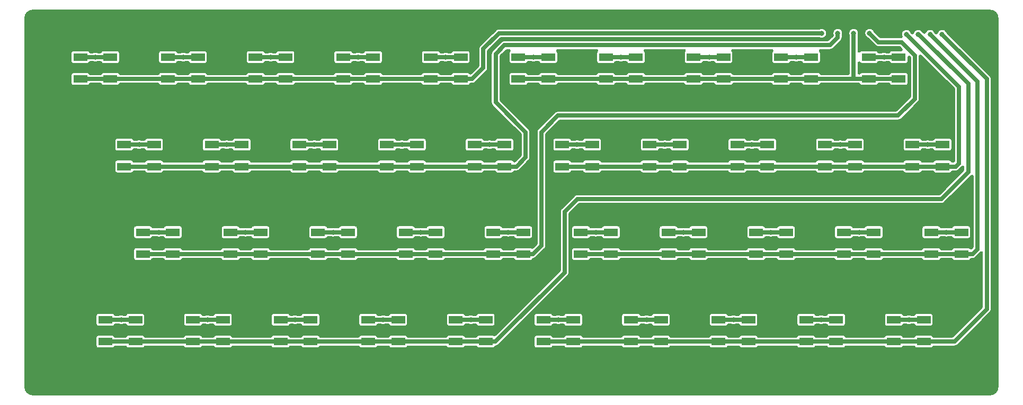
<source format=gbr>
G04 GENERATED BY PULSONIX 12.5 GERBER.DLL 9449*
G04 #@! TF.GenerationSoftware,Pulsonix,Pulsonix,12.5.9449*
G04 #@! TF.CreationDate,2024-10-04T20:04:24--1:00*
G04 #@! TF.Part,Single*
%FSLAX35Y35*%
%LPD*%
%MOMM*%
G04 #@! TF.FileFunction,Copper,L1,Top*
G04 #@! TF.FilePolarity,Positive*
G04 #@! TA.AperFunction,OtherCopper,Copper*
%ADD10C,0.50000*%
G04 #@! TA.AperFunction,ViaPad*
%ADD12C,0.80000*%
G04 #@! TA.AperFunction,Conductor*
%ADD13C,0.63500*%
G04 #@! TA.AperFunction,ViaPad*
%ADD86C,0.70000*%
G04 #@! TA.AperFunction,SMDPad,CuDef*
%ADD100R,2.20000X1.30000*%
G04 #@! TD.AperFunction*
X0Y0D02*
D02*
D10*
X915800Y6650000D02*
Y750000D01*
G75*
G03*
X1025000Y640800I109200J0D01*
G01*
X16325000D01*
G75*
G03*
X16434200Y750000I0J109200D01*
G01*
Y6650000D01*
G75*
G03*
X16325000Y6759200I-109200J0D01*
G01*
X1025000D01*
G75*
G03*
X915800Y6650000I0J-109200D01*
G01*
X1620000Y5740000D02*
G75*
G02*
X1675000Y5795000I55000J0D01*
G01*
X1895000D01*
G75*
G02*
X1945517Y5761750I0J-55000D01*
G01*
X2104483D01*
G75*
G02*
X2155000Y5795000I50517J-21750D01*
G01*
X2375000D01*
G75*
G02*
X2425517Y5761750I0J-55000D01*
G01*
X3024483D01*
G75*
G02*
X3075000Y5795000I50517J-21750D01*
G01*
X3295000D01*
G75*
G02*
X3345517Y5761750I0J-55000D01*
G01*
X3504483D01*
G75*
G02*
X3555000Y5795000I50517J-21750D01*
G01*
X3775000D01*
G75*
G02*
X3825517Y5761750I0J-55000D01*
G01*
X4424483D01*
G75*
G02*
X4475000Y5795000I50517J-21750D01*
G01*
X4695000D01*
G75*
G02*
X4745517Y5761750I0J-55000D01*
G01*
X4904483D01*
G75*
G02*
X4955000Y5795000I50517J-21750D01*
G01*
X5175000D01*
G75*
G02*
X5225517Y5761750I0J-55000D01*
G01*
X5824483D01*
G75*
G02*
X5875000Y5795000I50517J-21750D01*
G01*
X6095000D01*
G75*
G02*
X6145517Y5761750I0J-55000D01*
G01*
X6304483D01*
G75*
G02*
X6355000Y5795000I50517J-21750D01*
G01*
X6575000D01*
G75*
G02*
X6625517Y5761750I0J-55000D01*
G01*
X7224483D01*
G75*
G02*
X7275000Y5795000I50517J-21750D01*
G01*
X7495000D01*
G75*
G02*
X7545517Y5761750I0J-55000D01*
G01*
X7704483D01*
G75*
G02*
X7755000Y5795000I50517J-21750D01*
G01*
X7975000D01*
G75*
G02*
X8021081Y5770025I0J-55000D01*
G01*
X8138250Y5887194D01*
Y6155654D01*
G75*
G02*
X8163658Y6217342I86750J346D01*
G01*
X8413658Y6467342D01*
G75*
G02*
X8475346Y6492750I61342J-61342D01*
G01*
X13597277D01*
G75*
G02*
X13731000Y6406000I38723J-86750D01*
G01*
G75*
G02*
X13597277Y6319250I-95000J0D01*
G01*
X8510934D01*
X8311750Y6120066D01*
Y5851606D01*
G75*
G02*
X8286342Y5789918I-86750J-346D01*
G01*
X8110082Y5613658D01*
G75*
G02*
X8048394Y5588250I-61342J61342D01*
G01*
X8025517D01*
G75*
G02*
X7975000Y5555000I-50517J21750D01*
G01*
X7755000D01*
G75*
G02*
X7704483Y5588250I0J55000D01*
G01*
X7545517D01*
G75*
G02*
X7495000Y5555000I-50517J21750D01*
G01*
X7275000D01*
G75*
G02*
X7224483Y5588250I0J55000D01*
G01*
X6625517D01*
G75*
G02*
X6575000Y5555000I-50517J21750D01*
G01*
X6355000D01*
G75*
G02*
X6304483Y5588250I0J55000D01*
G01*
X6145517D01*
G75*
G02*
X6095000Y5555000I-50517J21750D01*
G01*
X5875000D01*
G75*
G02*
X5824483Y5588250I0J55000D01*
G01*
X5225517D01*
G75*
G02*
X5175000Y5555000I-50517J21750D01*
G01*
X4955000D01*
G75*
G02*
X4904483Y5588250I0J55000D01*
G01*
X4745517D01*
G75*
G02*
X4695000Y5555000I-50517J21750D01*
G01*
X4475000D01*
G75*
G02*
X4424483Y5588250I0J55000D01*
G01*
X3825517D01*
G75*
G02*
X3775000Y5555000I-50517J21750D01*
G01*
X3555000D01*
G75*
G02*
X3504483Y5588250I0J55000D01*
G01*
X3345517D01*
G75*
G02*
X3295000Y5555000I-50517J21750D01*
G01*
X3075000D01*
G75*
G02*
X3024483Y5588250I0J55000D01*
G01*
X2425517D01*
G75*
G02*
X2375000Y5555000I-50517J21750D01*
G01*
X2155000D01*
G75*
G02*
X2104483Y5588250I0J55000D01*
G01*
X1945517D01*
G75*
G02*
X1895000Y5555000I-50517J21750D01*
G01*
X1675000D01*
G75*
G02*
X1620000Y5610000I0J55000D01*
G01*
Y5740000D01*
X8336750Y5301596D02*
Y6073904D01*
G75*
G02*
X8362158Y6135592I86750J346D01*
G01*
X8503658Y6277092D01*
G75*
G02*
X8565346Y6302500I61342J-61342D01*
G01*
X13729816D01*
X13800822Y6373506D01*
G75*
G02*
X13795000Y6406250I89178J32746D01*
G01*
G75*
G02*
X13985000I95000J0D01*
G01*
G75*
G02*
X13976750Y6367527I-95000J0D01*
G01*
Y6340346D01*
G75*
G02*
X13951342Y6278658I-86750J-346D01*
G01*
X13827092Y6154408D01*
G75*
G02*
X13765404Y6129000I-61342J61342D01*
G01*
X13613781D01*
G75*
G02*
X13630000Y6090000I-38781J-39000D01*
G01*
Y5960000D01*
G75*
G02*
X13575000Y5905000I-55000J0D01*
G01*
X13355000D01*
G75*
G02*
X13304483Y5938250I0J55000D01*
G01*
X13263723D01*
G75*
G02*
X13186277I-38723J86750D01*
G01*
X13145517D01*
G75*
G02*
X13095000Y5905000I-50517J21750D01*
G01*
X12875000D01*
G75*
G02*
X12820000Y5960000I0J55000D01*
G01*
Y6090000D01*
G75*
G02*
X12836219Y6129000I55000J0D01*
G01*
X12213781D01*
G75*
G02*
X12230000Y6090000I-38781J-39000D01*
G01*
Y5960000D01*
G75*
G02*
X12175000Y5905000I-55000J0D01*
G01*
X11955000D01*
G75*
G02*
X11904483Y5938250I0J55000D01*
G01*
X11875348D01*
G75*
G02*
X11797902I-38723J86750D01*
G01*
X11745517D01*
G75*
G02*
X11695000Y5905000I-50517J21750D01*
G01*
X11475000D01*
G75*
G02*
X11420000Y5960000I0J55000D01*
G01*
Y6090000D01*
G75*
G02*
X11436219Y6129000I55000J0D01*
G01*
X10813781D01*
G75*
G02*
X10830000Y6090000I-38781J-39000D01*
G01*
Y5960000D01*
G75*
G02*
X10775000Y5905000I-55000J0D01*
G01*
X10555000D01*
G75*
G02*
X10504483Y5938250I0J55000D01*
G01*
X10463723D01*
G75*
G02*
X10386277I-38723J86750D01*
G01*
X10345517D01*
G75*
G02*
X10295000Y5905000I-50517J21750D01*
G01*
X10075000D01*
G75*
G02*
X10020000Y5960000I0J55000D01*
G01*
Y6090000D01*
G75*
G02*
X10036219Y6129000I55000J0D01*
G01*
X9413781D01*
G75*
G02*
X9430000Y6090000I-38781J-39000D01*
G01*
Y5960000D01*
G75*
G02*
X9375000Y5905000I-55000J0D01*
G01*
X9155000D01*
G75*
G02*
X9104483Y5938250I0J55000D01*
G01*
X9063723D01*
G75*
G02*
X8986277I-38723J86750D01*
G01*
X8945517D01*
G75*
G02*
X8895000Y5905000I-50517J21750D01*
G01*
X8675000D01*
G75*
G02*
X8620000Y5960000I0J55000D01*
G01*
Y6090000D01*
G75*
G02*
X8636219Y6129000I55000J0D01*
G01*
X8600934D01*
X8510250Y6038316D01*
Y5337184D01*
X8961092Y4886342D01*
G75*
G02*
X8986500Y4824654I-61342J-61342D01*
G01*
Y4422221D01*
G75*
G02*
X8961092Y4360533I-86750J-346D01*
G01*
X8814217Y4213658D01*
G75*
G02*
X8752529Y4188250I-61342J61342D01*
G01*
X8725517D01*
G75*
G02*
X8675000Y4155000I-50517J21750D01*
G01*
X8455000D01*
G75*
G02*
X8404483Y4188250I0J55000D01*
G01*
X8245517D01*
G75*
G02*
X8195000Y4155000I-50517J21750D01*
G01*
X7975000D01*
G75*
G02*
X7924483Y4188250I0J55000D01*
G01*
X7325517D01*
G75*
G02*
X7275000Y4155000I-50517J21750D01*
G01*
X7055000D01*
G75*
G02*
X7004483Y4188250I0J55000D01*
G01*
X6845517D01*
G75*
G02*
X6795000Y4155000I-50517J21750D01*
G01*
X6575000D01*
G75*
G02*
X6524483Y4188250I0J55000D01*
G01*
X5925517D01*
G75*
G02*
X5875000Y4155000I-50517J21750D01*
G01*
X5655000D01*
G75*
G02*
X5604483Y4188250I0J55000D01*
G01*
X5445517D01*
G75*
G02*
X5395000Y4155000I-50517J21750D01*
G01*
X5175000D01*
G75*
G02*
X5124483Y4188250I0J55000D01*
G01*
X4525517D01*
G75*
G02*
X4475000Y4155000I-50517J21750D01*
G01*
X4255000D01*
G75*
G02*
X4204483Y4188250I0J55000D01*
G01*
X4045517D01*
G75*
G02*
X3995000Y4155000I-50517J21750D01*
G01*
X3775000D01*
G75*
G02*
X3724483Y4188250I0J55000D01*
G01*
X3125517D01*
G75*
G02*
X3075000Y4155000I-50517J21750D01*
G01*
X2855000D01*
G75*
G02*
X2804483Y4188250I0J55000D01*
G01*
X2645517D01*
G75*
G02*
X2595000Y4155000I-50517J21750D01*
G01*
X2375000D01*
G75*
G02*
X2320000Y4210000I0J55000D01*
G01*
Y4340000D01*
G75*
G02*
X2375000Y4395000I55000J0D01*
G01*
X2595000D01*
G75*
G02*
X2645517Y4361750I0J-55000D01*
G01*
X2804483D01*
G75*
G02*
X2855000Y4395000I50517J-21750D01*
G01*
X3075000D01*
G75*
G02*
X3125517Y4361750I0J-55000D01*
G01*
X3724483D01*
G75*
G02*
X3775000Y4395000I50517J-21750D01*
G01*
X3995000D01*
G75*
G02*
X4045517Y4361750I0J-55000D01*
G01*
X4204483D01*
G75*
G02*
X4255000Y4395000I50517J-21750D01*
G01*
X4475000D01*
G75*
G02*
X4525517Y4361750I0J-55000D01*
G01*
X5124483D01*
G75*
G02*
X5175000Y4395000I50517J-21750D01*
G01*
X5395000D01*
G75*
G02*
X5445517Y4361750I0J-55000D01*
G01*
X5604483D01*
G75*
G02*
X5655000Y4395000I50517J-21750D01*
G01*
X5875000D01*
G75*
G02*
X5925517Y4361750I0J-55000D01*
G01*
X6524483D01*
G75*
G02*
X6575000Y4395000I50517J-21750D01*
G01*
X6795000D01*
G75*
G02*
X6845517Y4361750I0J-55000D01*
G01*
X7004483D01*
G75*
G02*
X7055000Y4395000I50517J-21750D01*
G01*
X7275000D01*
G75*
G02*
X7325517Y4361750I0J-55000D01*
G01*
X7924483D01*
G75*
G02*
X7975000Y4395000I50517J-21750D01*
G01*
X8195000D01*
G75*
G02*
X8245517Y4361750I0J-55000D01*
G01*
X8404483D01*
G75*
G02*
X8455000Y4395000I50517J-21750D01*
G01*
X8675000D01*
G75*
G02*
X8722653Y4367462I0J-55000D01*
G01*
X8813000Y4457809D01*
Y4789066D01*
X8362158Y5239908D01*
G75*
G02*
X8336750Y5301596I61342J61342D01*
G01*
X8620000Y5740000D02*
G75*
G02*
X8675000Y5795000I55000J0D01*
G01*
X8895000D01*
G75*
G02*
X8945517Y5761750I0J-55000D01*
G01*
X9104483D01*
G75*
G02*
X9155000Y5795000I50517J-21750D01*
G01*
X9375000D01*
G75*
G02*
X9425517Y5761750I0J-55000D01*
G01*
X10024483D01*
G75*
G02*
X10075000Y5795000I50517J-21750D01*
G01*
X10295000D01*
G75*
G02*
X10345517Y5761750I0J-55000D01*
G01*
X10504483D01*
G75*
G02*
X10555000Y5795000I50517J-21750D01*
G01*
X10775000D01*
G75*
G02*
X10825517Y5761750I0J-55000D01*
G01*
X11424483D01*
G75*
G02*
X11475000Y5795000I50517J-21750D01*
G01*
X11695000D01*
G75*
G02*
X11745517Y5761750I0J-55000D01*
G01*
X11904483D01*
G75*
G02*
X11955000Y5795000I50517J-21750D01*
G01*
X12175000D01*
G75*
G02*
X12225517Y5761750I0J-55000D01*
G01*
X12824483D01*
G75*
G02*
X12875000Y5795000I50517J-21750D01*
G01*
X13095000D01*
G75*
G02*
X13145517Y5761750I0J-55000D01*
G01*
X13304483D01*
G75*
G02*
X13355000Y5795000I50517J-21750D01*
G01*
X13575000D01*
G75*
G02*
X13625517Y5761750I0J-55000D01*
G01*
X14057250D01*
Y6367527D01*
G75*
G02*
X14049000Y6406250I86750J38723D01*
G01*
G75*
G02*
X14239000I95000J0D01*
G01*
G75*
G02*
X14230750Y6367527I-95000J0D01*
G01*
Y6122664D01*
G75*
G02*
X14275000Y6145000I44250J-32664D01*
G01*
X14495000D01*
G75*
G02*
X14545517Y6111750I0J-55000D01*
G01*
X14591902D01*
G75*
G02*
X14669348I38723J-86750D01*
G01*
X14704483D01*
G75*
G02*
X14755000Y6145000I50517J-21750D01*
G01*
X14907316D01*
X14875691Y6176625D01*
X14541221D01*
G75*
G02*
X14479533Y6202033I-346J86750D01*
G01*
X14364038Y6317528D01*
G75*
G02*
X14303000Y6406250I33962J88722D01*
G01*
G75*
G02*
X14486722Y6440212I95000J0D01*
G01*
X14576809Y6350125D01*
X14899448D01*
G75*
G02*
X14890500Y6390375I86052J40250D01*
G01*
G75*
G02*
X15074744Y6422940I95000J0D01*
G01*
X15083602Y6414082D01*
G75*
G02*
X15258392Y6439292I92398J-22082D01*
G01*
X15276193Y6421491D01*
G75*
G02*
X15455222Y6425962I90307J-29491D01*
G01*
X15465898Y6415286D01*
G75*
G02*
X15646722Y6425962I92102J-23286D01*
G01*
X16333842Y5738842D01*
G75*
G02*
X16359250Y5677154I-61342J-61342D01*
G01*
Y1993346D01*
G75*
G02*
X16333842Y1931658I-86750J-346D01*
G01*
X15815842Y1413658D01*
G75*
G02*
X15754154Y1388250I-61342J61342D01*
G01*
X15425517D01*
G75*
G02*
X15375000Y1355000I-50517J21750D01*
G01*
X15155000D01*
G75*
G02*
X15104483Y1388250I0J55000D01*
G01*
X14945517D01*
G75*
G02*
X14895000Y1355000I-50517J21750D01*
G01*
X14675000D01*
G75*
G02*
X14624483Y1388250I0J55000D01*
G01*
X14025517D01*
G75*
G02*
X13975000Y1355000I-50517J21750D01*
G01*
X13755000D01*
G75*
G02*
X13704483Y1388250I0J55000D01*
G01*
X13545517D01*
G75*
G02*
X13495000Y1355000I-50517J21750D01*
G01*
X13275000D01*
G75*
G02*
X13224483Y1388250I0J55000D01*
G01*
X12625517D01*
G75*
G02*
X12575000Y1355000I-50517J21750D01*
G01*
X12355000D01*
G75*
G02*
X12304483Y1388250I0J55000D01*
G01*
X12145517D01*
G75*
G02*
X12095000Y1355000I-50517J21750D01*
G01*
X11875000D01*
G75*
G02*
X11824483Y1388250I0J55000D01*
G01*
X11225517D01*
G75*
G02*
X11175000Y1355000I-50517J21750D01*
G01*
X10955000D01*
G75*
G02*
X10904483Y1388250I0J55000D01*
G01*
X10745517D01*
G75*
G02*
X10695000Y1355000I-50517J21750D01*
G01*
X10475000D01*
G75*
G02*
X10424483Y1388250I0J55000D01*
G01*
X9825517D01*
G75*
G02*
X9775000Y1355000I-50517J21750D01*
G01*
X9555000D01*
G75*
G02*
X9504483Y1388250I0J55000D01*
G01*
X9345517D01*
G75*
G02*
X9295000Y1355000I-50517J21750D01*
G01*
X9075000D01*
G75*
G02*
X9020000Y1410000I0J55000D01*
G01*
Y1540000D01*
G75*
G02*
X9075000Y1595000I55000J0D01*
G01*
X9295000D01*
G75*
G02*
X9345517Y1561750I0J-55000D01*
G01*
X9504483D01*
G75*
G02*
X9555000Y1595000I50517J-21750D01*
G01*
X9775000D01*
G75*
G02*
X9825517Y1561750I0J-55000D01*
G01*
X10424483D01*
G75*
G02*
X10475000Y1595000I50517J-21750D01*
G01*
X10695000D01*
G75*
G02*
X10745517Y1561750I0J-55000D01*
G01*
X10904483D01*
G75*
G02*
X10955000Y1595000I50517J-21750D01*
G01*
X11175000D01*
G75*
G02*
X11225517Y1561750I0J-55000D01*
G01*
X11824483D01*
G75*
G02*
X11875000Y1595000I50517J-21750D01*
G01*
X12095000D01*
G75*
G02*
X12145517Y1561750I0J-55000D01*
G01*
X12304483D01*
G75*
G02*
X12355000Y1595000I50517J-21750D01*
G01*
X12575000D01*
G75*
G02*
X12625517Y1561750I0J-55000D01*
G01*
X13224483D01*
G75*
G02*
X13275000Y1595000I50517J-21750D01*
G01*
X13495000D01*
G75*
G02*
X13545517Y1561750I0J-55000D01*
G01*
X13704483D01*
G75*
G02*
X13755000Y1595000I50517J-21750D01*
G01*
X13975000D01*
G75*
G02*
X14025517Y1561750I0J-55000D01*
G01*
X14624483D01*
G75*
G02*
X14675000Y1595000I50517J-21750D01*
G01*
X14895000D01*
G75*
G02*
X14945517Y1561750I0J-55000D01*
G01*
X15104483D01*
G75*
G02*
X15155000Y1595000I50517J-21750D01*
G01*
X15375000D01*
G75*
G02*
X15425517Y1561750I0J-55000D01*
G01*
X15718566D01*
X16185750Y2028934D01*
Y2894605D01*
G75*
G02*
X16184217Y2893033I-62869J59776D01*
G01*
X16104842Y2813658D01*
G75*
G02*
X16043154Y2788250I-61342J61342D01*
G01*
X16025517D01*
G75*
G02*
X15975000Y2755000I-50517J21750D01*
G01*
X15755000D01*
G75*
G02*
X15704483Y2788250I0J55000D01*
G01*
X15545517D01*
G75*
G02*
X15495000Y2755000I-50517J21750D01*
G01*
X15275000D01*
G75*
G02*
X15224483Y2788250I0J55000D01*
G01*
X14625517D01*
G75*
G02*
X14575000Y2755000I-50517J21750D01*
G01*
X14355000D01*
G75*
G02*
X14304483Y2788250I0J55000D01*
G01*
X14145517D01*
G75*
G02*
X14095000Y2755000I-50517J21750D01*
G01*
X13875000D01*
G75*
G02*
X13824483Y2788250I0J55000D01*
G01*
X13225517D01*
G75*
G02*
X13175000Y2755000I-50517J21750D01*
G01*
X12955000D01*
G75*
G02*
X12904483Y2788250I0J55000D01*
G01*
X12745517D01*
G75*
G02*
X12695000Y2755000I-50517J21750D01*
G01*
X12475000D01*
G75*
G02*
X12424483Y2788250I0J55000D01*
G01*
X11825517D01*
G75*
G02*
X11775000Y2755000I-50517J21750D01*
G01*
X11555000D01*
G75*
G02*
X11504483Y2788250I0J55000D01*
G01*
X11345517D01*
G75*
G02*
X11295000Y2755000I-50517J21750D01*
G01*
X11075000D01*
G75*
G02*
X11024483Y2788250I0J55000D01*
G01*
X10425517D01*
G75*
G02*
X10375000Y2755000I-50517J21750D01*
G01*
X10155000D01*
G75*
G02*
X10104483Y2788250I0J55000D01*
G01*
X9945517D01*
G75*
G02*
X9895000Y2755000I-50517J21750D01*
G01*
X9675000D01*
G75*
G02*
X9620000Y2810000I0J55000D01*
G01*
Y2940000D01*
G75*
G02*
X9675000Y2995000I55000J0D01*
G01*
X9895000D01*
G75*
G02*
X9945517Y2961750I0J-55000D01*
G01*
X10104483D01*
G75*
G02*
X10155000Y2995000I50517J-21750D01*
G01*
X10375000D01*
G75*
G02*
X10425517Y2961750I0J-55000D01*
G01*
X11024483D01*
G75*
G02*
X11075000Y2995000I50517J-21750D01*
G01*
X11295000D01*
G75*
G02*
X11345517Y2961750I0J-55000D01*
G01*
X11504483D01*
G75*
G02*
X11555000Y2995000I50517J-21750D01*
G01*
X11775000D01*
G75*
G02*
X11825517Y2961750I0J-55000D01*
G01*
X12424483D01*
G75*
G02*
X12475000Y2995000I50517J-21750D01*
G01*
X12695000D01*
G75*
G02*
X12745517Y2961750I0J-55000D01*
G01*
X12904483D01*
G75*
G02*
X12955000Y2995000I50517J-21750D01*
G01*
X13175000D01*
G75*
G02*
X13225517Y2961750I0J-55000D01*
G01*
X13824483D01*
G75*
G02*
X13875000Y2995000I50517J-21750D01*
G01*
X14095000D01*
G75*
G02*
X14145517Y2961750I0J-55000D01*
G01*
X14304483D01*
G75*
G02*
X14355000Y2995000I50517J-21750D01*
G01*
X14575000D01*
G75*
G02*
X14625517Y2961750I0J-55000D01*
G01*
X15224483D01*
G75*
G02*
X15275000Y2995000I50517J-21750D01*
G01*
X15495000D01*
G75*
G02*
X15545517Y2961750I0J-55000D01*
G01*
X15704483D01*
G75*
G02*
X15755000Y2995000I50517J-21750D01*
G01*
X15975000D01*
G75*
G02*
X16018921Y2973105I0J-55000D01*
G01*
X16036125Y2990309D01*
Y4122191D01*
X15607717Y3693783D01*
G75*
G02*
X15546029Y3668375I-61342J61342D01*
G01*
X9766059D01*
X9611750Y3514066D01*
Y2581971D01*
G75*
G02*
X9586342Y2520283I-86750J-346D01*
G01*
X8479717Y1413658D01*
G75*
G02*
X8425647Y1388555I-61342J61342D01*
G01*
G75*
G02*
X8375000Y1355000I-50647J21445D01*
G01*
X8155000D01*
G75*
G02*
X8104483Y1388250I0J55000D01*
G01*
X7945517D01*
G75*
G02*
X7895000Y1355000I-50517J21750D01*
G01*
X7675000D01*
G75*
G02*
X7624483Y1388250I0J55000D01*
G01*
X7025517D01*
G75*
G02*
X6975000Y1355000I-50517J21750D01*
G01*
X6755000D01*
G75*
G02*
X6704483Y1388250I0J55000D01*
G01*
X6545517D01*
G75*
G02*
X6495000Y1355000I-50517J21750D01*
G01*
X6275000D01*
G75*
G02*
X6224483Y1388250I0J55000D01*
G01*
X5625517D01*
G75*
G02*
X5575000Y1355000I-50517J21750D01*
G01*
X5355000D01*
G75*
G02*
X5304483Y1388250I0J55000D01*
G01*
X5145517D01*
G75*
G02*
X5095000Y1355000I-50517J21750D01*
G01*
X4875000D01*
G75*
G02*
X4824483Y1388250I0J55000D01*
G01*
X4225517D01*
G75*
G02*
X4175000Y1355000I-50517J21750D01*
G01*
X3955000D01*
G75*
G02*
X3904483Y1388250I0J55000D01*
G01*
X3745517D01*
G75*
G02*
X3695000Y1355000I-50517J21750D01*
G01*
X3475000D01*
G75*
G02*
X3424483Y1388250I0J55000D01*
G01*
X2825517D01*
G75*
G02*
X2775000Y1355000I-50517J21750D01*
G01*
X2555000D01*
G75*
G02*
X2504483Y1388250I0J55000D01*
G01*
X2345517D01*
G75*
G02*
X2295000Y1355000I-50517J21750D01*
G01*
X2075000D01*
G75*
G02*
X2020000Y1410000I0J55000D01*
G01*
Y1540000D01*
G75*
G02*
X2075000Y1595000I55000J0D01*
G01*
X2295000D01*
G75*
G02*
X2345517Y1561750I0J-55000D01*
G01*
X2504483D01*
G75*
G02*
X2555000Y1595000I50517J-21750D01*
G01*
X2775000D01*
G75*
G02*
X2825517Y1561750I0J-55000D01*
G01*
X3424483D01*
G75*
G02*
X3475000Y1595000I50517J-21750D01*
G01*
X3695000D01*
G75*
G02*
X3745517Y1561750I0J-55000D01*
G01*
X3904483D01*
G75*
G02*
X3955000Y1595000I50517J-21750D01*
G01*
X4175000D01*
G75*
G02*
X4225517Y1561750I0J-55000D01*
G01*
X4824483D01*
G75*
G02*
X4875000Y1595000I50517J-21750D01*
G01*
X5095000D01*
G75*
G02*
X5145517Y1561750I0J-55000D01*
G01*
X5304483D01*
G75*
G02*
X5355000Y1595000I50517J-21750D01*
G01*
X5575000D01*
G75*
G02*
X5625517Y1561750I0J-55000D01*
G01*
X6224483D01*
G75*
G02*
X6275000Y1595000I50517J-21750D01*
G01*
X6495000D01*
G75*
G02*
X6545517Y1561750I0J-55000D01*
G01*
X6704483D01*
G75*
G02*
X6755000Y1595000I50517J-21750D01*
G01*
X6975000D01*
G75*
G02*
X7025517Y1561750I0J-55000D01*
G01*
X7624483D01*
G75*
G02*
X7675000Y1595000I50517J-21750D01*
G01*
X7895000D01*
G75*
G02*
X7945517Y1561750I0J-55000D01*
G01*
X8104483D01*
G75*
G02*
X8155000Y1595000I50517J-21750D01*
G01*
X8375000D01*
G75*
G02*
X8406073Y1585382I1J-55000D01*
G01*
X9438250Y2617559D01*
Y3549654D01*
G75*
G02*
X9463658Y3611342I86750J346D01*
G01*
X9668783Y3816467D01*
G75*
G02*
X9730471Y3841875I61342J-61342D01*
G01*
X15510441D01*
X15888250Y4219684D01*
Y4263252D01*
G75*
G02*
X15886342Y4261283I-63246J59377D01*
G01*
X15838717Y4213658D01*
G75*
G02*
X15777029Y4188250I-61342J61342D01*
G01*
X15725517D01*
G75*
G02*
X15675000Y4155000I-50517J21750D01*
G01*
X15455000D01*
G75*
G02*
X15404483Y4188250I0J55000D01*
G01*
X15245517D01*
G75*
G02*
X15195000Y4155000I-50517J21750D01*
G01*
X14975000D01*
G75*
G02*
X14924483Y4188250I0J55000D01*
G01*
X14325517D01*
G75*
G02*
X14275000Y4155000I-50517J21750D01*
G01*
X14055000D01*
G75*
G02*
X14004483Y4188250I0J55000D01*
G01*
X13845517D01*
G75*
G02*
X13795000Y4155000I-50517J21750D01*
G01*
X13575000D01*
G75*
G02*
X13524483Y4188250I0J55000D01*
G01*
X12925517D01*
G75*
G02*
X12875000Y4155000I-50517J21750D01*
G01*
X12655000D01*
G75*
G02*
X12604483Y4188250I0J55000D01*
G01*
X12445517D01*
G75*
G02*
X12395000Y4155000I-50517J21750D01*
G01*
X12175000D01*
G75*
G02*
X12124483Y4188250I0J55000D01*
G01*
X11525517D01*
G75*
G02*
X11475000Y4155000I-50517J21750D01*
G01*
X11255000D01*
G75*
G02*
X11204483Y4188250I0J55000D01*
G01*
X11045517D01*
G75*
G02*
X10995000Y4155000I-50517J21750D01*
G01*
X10775000D01*
G75*
G02*
X10724483Y4188250I0J55000D01*
G01*
X10125517D01*
G75*
G02*
X10075000Y4155000I-50517J21750D01*
G01*
X9855000D01*
G75*
G02*
X9804483Y4188250I0J55000D01*
G01*
X9645517D01*
G75*
G02*
X9595000Y4155000I-50517J21750D01*
G01*
X9375000D01*
G75*
G02*
X9320000Y4210000I0J55000D01*
G01*
Y4340000D01*
G75*
G02*
X9375000Y4395000I55000J0D01*
G01*
X9595000D01*
G75*
G02*
X9645517Y4361750I0J-55000D01*
G01*
X9804483D01*
G75*
G02*
X9855000Y4395000I50517J-21750D01*
G01*
X10075000D01*
G75*
G02*
X10125517Y4361750I0J-55000D01*
G01*
X10724483D01*
G75*
G02*
X10775000Y4395000I50517J-21750D01*
G01*
X10995000D01*
G75*
G02*
X11045517Y4361750I0J-55000D01*
G01*
X11204483D01*
G75*
G02*
X11255000Y4395000I50517J-21750D01*
G01*
X11475000D01*
G75*
G02*
X11525517Y4361750I0J-55000D01*
G01*
X12124483D01*
G75*
G02*
X12175000Y4395000I50517J-21750D01*
G01*
X12395000D01*
G75*
G02*
X12445517Y4361750I0J-55000D01*
G01*
X12604483D01*
G75*
G02*
X12655000Y4395000I50517J-21750D01*
G01*
X12875000D01*
G75*
G02*
X12925517Y4361750I0J-55000D01*
G01*
X13524483D01*
G75*
G02*
X13575000Y4395000I50517J-21750D01*
G01*
X13795000D01*
G75*
G02*
X13845517Y4361750I0J-55000D01*
G01*
X14004483D01*
G75*
G02*
X14055000Y4395000I50517J-21750D01*
G01*
X14275000D01*
G75*
G02*
X14325517Y4361750I0J-55000D01*
G01*
X14924483D01*
G75*
G02*
X14975000Y4395000I50517J-21750D01*
G01*
X15195000D01*
G75*
G02*
X15245517Y4361750I0J-55000D01*
G01*
X15404483D01*
G75*
G02*
X15455000Y4395000I50517J-21750D01*
G01*
X15675000D01*
G75*
G02*
X15725517Y4361750I0J-55000D01*
G01*
X15738250D01*
Y5514066D01*
X15211750Y6040566D01*
Y5358846D01*
G75*
G02*
X15186342Y5297158I-86750J-346D01*
G01*
X14916467Y5027283D01*
G75*
G02*
X14854779Y5001875I-61342J61342D01*
G01*
X9453309D01*
X9240500Y4789066D01*
Y3009346D01*
G75*
G02*
X9215092Y2947658I-86750J-346D01*
G01*
X9081092Y2813658D01*
G75*
G02*
X9025601Y2788447I-61342J61342D01*
G01*
G75*
G02*
X8975000Y2755000I-50601J21553D01*
G01*
X8755000D01*
G75*
G02*
X8704483Y2788250I0J55000D01*
G01*
X8545517D01*
G75*
G02*
X8495000Y2755000I-50517J21750D01*
G01*
X8275000D01*
G75*
G02*
X8224483Y2788250I0J55000D01*
G01*
X7625517D01*
G75*
G02*
X7575000Y2755000I-50517J21750D01*
G01*
X7355000D01*
G75*
G02*
X7304483Y2788250I0J55000D01*
G01*
X7145517D01*
G75*
G02*
X7095000Y2755000I-50517J21750D01*
G01*
X6875000D01*
G75*
G02*
X6824483Y2788250I0J55000D01*
G01*
X6225517D01*
G75*
G02*
X6175000Y2755000I-50517J21750D01*
G01*
X5955000D01*
G75*
G02*
X5904483Y2788250I0J55000D01*
G01*
X5745517D01*
G75*
G02*
X5695000Y2755000I-50517J21750D01*
G01*
X5475000D01*
G75*
G02*
X5424483Y2788250I0J55000D01*
G01*
X4825517D01*
G75*
G02*
X4775000Y2755000I-50517J21750D01*
G01*
X4555000D01*
G75*
G02*
X4504483Y2788250I0J55000D01*
G01*
X4345517D01*
G75*
G02*
X4295000Y2755000I-50517J21750D01*
G01*
X4075000D01*
G75*
G02*
X4024483Y2788250I0J55000D01*
G01*
X3425517D01*
G75*
G02*
X3375000Y2755000I-50517J21750D01*
G01*
X3155000D01*
G75*
G02*
X3104483Y2788250I0J55000D01*
G01*
X2945517D01*
G75*
G02*
X2895000Y2755000I-50517J21750D01*
G01*
X2675000D01*
G75*
G02*
X2620000Y2810000I0J55000D01*
G01*
Y2940000D01*
G75*
G02*
X2675000Y2995000I55000J0D01*
G01*
X2895000D01*
G75*
G02*
X2945517Y2961750I0J-55000D01*
G01*
X3104483D01*
G75*
G02*
X3155000Y2995000I50517J-21750D01*
G01*
X3375000D01*
G75*
G02*
X3425517Y2961750I0J-55000D01*
G01*
X4024483D01*
G75*
G02*
X4075000Y2995000I50517J-21750D01*
G01*
X4295000D01*
G75*
G02*
X4345517Y2961750I0J-55000D01*
G01*
X4504483D01*
G75*
G02*
X4555000Y2995000I50517J-21750D01*
G01*
X4775000D01*
G75*
G02*
X4825517Y2961750I0J-55000D01*
G01*
X5424483D01*
G75*
G02*
X5475000Y2995000I50517J-21750D01*
G01*
X5695000D01*
G75*
G02*
X5745517Y2961750I0J-55000D01*
G01*
X5904483D01*
G75*
G02*
X5955000Y2995000I50517J-21750D01*
G01*
X6175000D01*
G75*
G02*
X6225517Y2961750I0J-55000D01*
G01*
X6824483D01*
G75*
G02*
X6875000Y2995000I50517J-21750D01*
G01*
X7095000D01*
G75*
G02*
X7145517Y2961750I0J-55000D01*
G01*
X7304483D01*
G75*
G02*
X7355000Y2995000I50517J-21750D01*
G01*
X7575000D01*
G75*
G02*
X7625517Y2961750I0J-55000D01*
G01*
X8224483D01*
G75*
G02*
X8275000Y2995000I50517J-21750D01*
G01*
X8495000D01*
G75*
G02*
X8545517Y2961750I0J-55000D01*
G01*
X8704483D01*
G75*
G02*
X8755000Y2995000I50517J-21750D01*
G01*
X8975000D01*
G75*
G02*
X9006882Y2984816I-1J-55000D01*
G01*
X9067000Y3044934D01*
Y4824654D01*
G75*
G02*
X9092408Y4886342I86750J346D01*
G01*
X9356033Y5149967D01*
G75*
G02*
X9417721Y5175375I61342J-61342D01*
G01*
X14819191D01*
X15038250Y5394434D01*
Y6014066D01*
X15030000Y6022316D01*
Y5960000D01*
G75*
G02*
X14975000Y5905000I-55000J0D01*
G01*
X14755000D01*
G75*
G02*
X14704483Y5938250I0J55000D01*
G01*
X14669348D01*
G75*
G02*
X14591902I-38723J86750D01*
G01*
X14545517D01*
G75*
G02*
X14495000Y5905000I-50517J21750D01*
G01*
X14275000D01*
G75*
G02*
X14230750Y5927336I0J55000D01*
G01*
Y5772664D01*
G75*
G02*
X14275000Y5795000I44250J-32664D01*
G01*
X14495000D01*
G75*
G02*
X14545517Y5761750I0J-55000D01*
G01*
X14704483D01*
G75*
G02*
X14755000Y5795000I50517J-21750D01*
G01*
X14975000D01*
G75*
G02*
X15030000Y5740000I0J-55000D01*
G01*
Y5610000D01*
G75*
G02*
X14975000Y5555000I-55000J0D01*
G01*
X14755000D01*
G75*
G02*
X14704483Y5588250I0J55000D01*
G01*
X14545517D01*
G75*
G02*
X14495000Y5555000I-50517J21750D01*
G01*
X14275000D01*
G75*
G02*
X14224483Y5588250I0J55000D01*
G01*
X14152547D01*
G75*
G02*
X14135453I-8547J86750D01*
G01*
X13625517D01*
G75*
G02*
X13575000Y5555000I-50517J21750D01*
G01*
X13355000D01*
G75*
G02*
X13304483Y5588250I0J55000D01*
G01*
X13145517D01*
G75*
G02*
X13095000Y5555000I-50517J21750D01*
G01*
X12875000D01*
G75*
G02*
X12824483Y5588250I0J55000D01*
G01*
X12225517D01*
G75*
G02*
X12175000Y5555000I-50517J21750D01*
G01*
X11955000D01*
G75*
G02*
X11904483Y5588250I0J55000D01*
G01*
X11745517D01*
G75*
G02*
X11695000Y5555000I-50517J21750D01*
G01*
X11475000D01*
G75*
G02*
X11424483Y5588250I0J55000D01*
G01*
X10825517D01*
G75*
G02*
X10775000Y5555000I-50517J21750D01*
G01*
X10555000D01*
G75*
G02*
X10504483Y5588250I0J55000D01*
G01*
X10345517D01*
G75*
G02*
X10295000Y5555000I-50517J21750D01*
G01*
X10075000D01*
G75*
G02*
X10024483Y5588250I0J55000D01*
G01*
X9425517D01*
G75*
G02*
X9375000Y5555000I-50517J21750D01*
G01*
X9155000D01*
G75*
G02*
X9104483Y5588250I0J55000D01*
G01*
X8945517D01*
G75*
G02*
X8895000Y5555000I-50517J21750D01*
G01*
X8675000D01*
G75*
G02*
X8620000Y5610000I0J55000D01*
G01*
Y5740000D01*
X14620000Y1890000D02*
G75*
G02*
X14675000Y1945000I55000J0D01*
G01*
X14895000D01*
G75*
G02*
X14945517Y1911750I0J-55000D01*
G01*
X14988777D01*
G75*
G02*
X15066223I38723J-86750D01*
G01*
X15104483D01*
G75*
G02*
X15155000Y1945000I50517J-21750D01*
G01*
X15375000D01*
G75*
G02*
X15430000Y1890000I0J-55000D01*
G01*
Y1760000D01*
G75*
G02*
X15375000Y1705000I-55000J0D01*
G01*
X15155000D01*
G75*
G02*
X15104483Y1738250I0J55000D01*
G01*
X15066223D01*
G75*
G02*
X14988777I-38723J86750D01*
G01*
X14945517D01*
G75*
G02*
X14895000Y1705000I-50517J21750D01*
G01*
X14675000D01*
G75*
G02*
X14620000Y1760000I0J55000D01*
G01*
Y1890000D01*
X13220000D02*
G75*
G02*
X13275000Y1945000I55000J0D01*
G01*
X13495000D01*
G75*
G02*
X13545517Y1911750I0J-55000D01*
G01*
X13586277D01*
G75*
G02*
X13663723I38723J-86750D01*
G01*
X13704483D01*
G75*
G02*
X13755000Y1945000I50517J-21750D01*
G01*
X13975000D01*
G75*
G02*
X14030000Y1890000I0J-55000D01*
G01*
Y1760000D01*
G75*
G02*
X13975000Y1705000I-55000J0D01*
G01*
X13755000D01*
G75*
G02*
X13704483Y1738250I0J55000D01*
G01*
X13663723D01*
G75*
G02*
X13586277I-38723J86750D01*
G01*
X13545517D01*
G75*
G02*
X13495000Y1705000I-50517J21750D01*
G01*
X13275000D01*
G75*
G02*
X13220000Y1760000I0J55000D01*
G01*
Y1890000D01*
X11820000D02*
G75*
G02*
X11875000Y1945000I55000J0D01*
G01*
X12095000D01*
G75*
G02*
X12145517Y1911750I0J-55000D01*
G01*
X12186277D01*
G75*
G02*
X12263723I38723J-86750D01*
G01*
X12304483D01*
G75*
G02*
X12355000Y1945000I50517J-21750D01*
G01*
X12575000D01*
G75*
G02*
X12630000Y1890000I0J-55000D01*
G01*
Y1760000D01*
G75*
G02*
X12575000Y1705000I-55000J0D01*
G01*
X12355000D01*
G75*
G02*
X12304483Y1738250I0J55000D01*
G01*
X12263723D01*
G75*
G02*
X12186277I-38723J86750D01*
G01*
X12145517D01*
G75*
G02*
X12095000Y1705000I-50517J21750D01*
G01*
X11875000D01*
G75*
G02*
X11820000Y1760000I0J55000D01*
G01*
Y1890000D01*
X10420000D02*
G75*
G02*
X10475000Y1945000I55000J0D01*
G01*
X10695000D01*
G75*
G02*
X10745517Y1911750I0J-55000D01*
G01*
X10797777D01*
G75*
G02*
X10875223I38723J-86750D01*
G01*
X10904483D01*
G75*
G02*
X10955000Y1945000I50517J-21750D01*
G01*
X11175000D01*
G75*
G02*
X11230000Y1890000I0J-55000D01*
G01*
Y1760000D01*
G75*
G02*
X11175000Y1705000I-55000J0D01*
G01*
X10955000D01*
G75*
G02*
X10904483Y1738250I0J55000D01*
G01*
X10875223D01*
G75*
G02*
X10797777I-38723J86750D01*
G01*
X10745517D01*
G75*
G02*
X10695000Y1705000I-50517J21750D01*
G01*
X10475000D01*
G75*
G02*
X10420000Y1760000I0J55000D01*
G01*
Y1890000D01*
X11020000Y3290000D02*
G75*
G02*
X11075000Y3345000I55000J0D01*
G01*
X11295000D01*
G75*
G02*
X11345517Y3311750I0J-55000D01*
G01*
X11385152D01*
G75*
G02*
X11462598I38723J-86750D01*
G01*
X11504483D01*
G75*
G02*
X11555000Y3345000I50517J-21750D01*
G01*
X11775000D01*
G75*
G02*
X11830000Y3290000I0J-55000D01*
G01*
Y3160000D01*
G75*
G02*
X11775000Y3105000I-55000J0D01*
G01*
X11555000D01*
G75*
G02*
X11504483Y3138250I0J55000D01*
G01*
X11462598D01*
G75*
G02*
X11385152I-38723J86750D01*
G01*
X11345517D01*
G75*
G02*
X11295000Y3105000I-50517J21750D01*
G01*
X11075000D01*
G75*
G02*
X11020000Y3160000I0J55000D01*
G01*
Y3290000D01*
X12420000D02*
G75*
G02*
X12475000Y3345000I55000J0D01*
G01*
X12695000D01*
G75*
G02*
X12745517Y3311750I0J-55000D01*
G01*
X12782152D01*
G75*
G02*
X12859598I38723J-86750D01*
G01*
X12904483D01*
G75*
G02*
X12955000Y3345000I50517J-21750D01*
G01*
X13175000D01*
G75*
G02*
X13230000Y3290000I0J-55000D01*
G01*
Y3160000D01*
G75*
G02*
X13175000Y3105000I-55000J0D01*
G01*
X12955000D01*
G75*
G02*
X12904483Y3138250I0J55000D01*
G01*
X12859598D01*
G75*
G02*
X12782152I-38723J86750D01*
G01*
X12745517D01*
G75*
G02*
X12695000Y3105000I-50517J21750D01*
G01*
X12475000D01*
G75*
G02*
X12420000Y3160000I0J55000D01*
G01*
Y3290000D01*
X13820000D02*
G75*
G02*
X13875000Y3345000I55000J0D01*
G01*
X14095000D01*
G75*
G02*
X14145517Y3311750I0J-55000D01*
G01*
X14195027D01*
G75*
G02*
X14272473I38723J-86750D01*
G01*
X14304483D01*
G75*
G02*
X14355000Y3345000I50517J-21750D01*
G01*
X14575000D01*
G75*
G02*
X14630000Y3290000I0J-55000D01*
G01*
Y3160000D01*
G75*
G02*
X14575000Y3105000I-55000J0D01*
G01*
X14355000D01*
G75*
G02*
X14304483Y3138250I0J55000D01*
G01*
X14272473D01*
G75*
G02*
X14195027I-38723J86750D01*
G01*
X14145517D01*
G75*
G02*
X14095000Y3105000I-50517J21750D01*
G01*
X13875000D01*
G75*
G02*
X13820000Y3160000I0J55000D01*
G01*
Y3290000D01*
X15220000D02*
G75*
G02*
X15275000Y3345000I55000J0D01*
G01*
X15495000D01*
G75*
G02*
X15545517Y3311750I0J-55000D01*
G01*
X15586277D01*
G75*
G02*
X15663723I38723J-86750D01*
G01*
X15704483D01*
G75*
G02*
X15755000Y3345000I50517J-21750D01*
G01*
X15975000D01*
G75*
G02*
X16030000Y3290000I0J-55000D01*
G01*
Y3160000D01*
G75*
G02*
X15975000Y3105000I-55000J0D01*
G01*
X15755000D01*
G75*
G02*
X15704483Y3138250I0J55000D01*
G01*
X15663723D01*
G75*
G02*
X15586277I-38723J86750D01*
G01*
X15545517D01*
G75*
G02*
X15495000Y3105000I-50517J21750D01*
G01*
X15275000D01*
G75*
G02*
X15220000Y3160000I0J55000D01*
G01*
Y3290000D01*
X9620000D02*
G75*
G02*
X9675000Y3345000I55000J0D01*
G01*
X9895000D01*
G75*
G02*
X9945517Y3311750I0J-55000D01*
G01*
X9986277D01*
G75*
G02*
X10063723I38723J-86750D01*
G01*
X10104483D01*
G75*
G02*
X10155000Y3345000I50517J-21750D01*
G01*
X10375000D01*
G75*
G02*
X10430000Y3290000I0J-55000D01*
G01*
Y3160000D01*
G75*
G02*
X10375000Y3105000I-55000J0D01*
G01*
X10155000D01*
G75*
G02*
X10104483Y3138250I0J55000D01*
G01*
X10063723D01*
G75*
G02*
X9986277I-38723J86750D01*
G01*
X9945517D01*
G75*
G02*
X9895000Y3105000I-50517J21750D01*
G01*
X9675000D01*
G75*
G02*
X9620000Y3160000I0J55000D01*
G01*
Y3290000D01*
X9020000Y1890000D02*
G75*
G02*
X9075000Y1945000I55000J0D01*
G01*
X9295000D01*
G75*
G02*
X9345517Y1911750I0J-55000D01*
G01*
X9386277D01*
G75*
G02*
X9463723I38723J-86750D01*
G01*
X9504483D01*
G75*
G02*
X9555000Y1945000I50517J-21750D01*
G01*
X9775000D01*
G75*
G02*
X9830000Y1890000I0J-55000D01*
G01*
Y1760000D01*
G75*
G02*
X9775000Y1705000I-55000J0D01*
G01*
X9555000D01*
G75*
G02*
X9504483Y1738250I0J55000D01*
G01*
X9463723D01*
G75*
G02*
X9386277I-38723J86750D01*
G01*
X9345517D01*
G75*
G02*
X9295000Y1705000I-50517J21750D01*
G01*
X9075000D01*
G75*
G02*
X9020000Y1760000I0J55000D01*
G01*
Y1890000D01*
X14920000Y4690000D02*
G75*
G02*
X14975000Y4745000I55000J0D01*
G01*
X15195000D01*
G75*
G02*
X15245517Y4711750I0J-55000D01*
G01*
X15290402D01*
G75*
G02*
X15367848I38723J-86750D01*
G01*
X15404483D01*
G75*
G02*
X15455000Y4745000I50517J-21750D01*
G01*
X15675000D01*
G75*
G02*
X15730000Y4690000I0J-55000D01*
G01*
Y4560000D01*
G75*
G02*
X15675000Y4505000I-55000J0D01*
G01*
X15455000D01*
G75*
G02*
X15404483Y4538250I0J55000D01*
G01*
X15367848D01*
G75*
G02*
X15290402I-38723J86750D01*
G01*
X15245517D01*
G75*
G02*
X15195000Y4505000I-50517J21750D01*
G01*
X14975000D01*
G75*
G02*
X14920000Y4560000I0J55000D01*
G01*
Y4690000D01*
X10720000D02*
G75*
G02*
X10775000Y4745000I55000J0D01*
G01*
X10995000D01*
G75*
G02*
X11045517Y4711750I0J-55000D01*
G01*
X11086277D01*
G75*
G02*
X11163723I38723J-86750D01*
G01*
X11204483D01*
G75*
G02*
X11255000Y4745000I50517J-21750D01*
G01*
X11475000D01*
G75*
G02*
X11530000Y4690000I0J-55000D01*
G01*
Y4560000D01*
G75*
G02*
X11475000Y4505000I-55000J0D01*
G01*
X11255000D01*
G75*
G02*
X11204483Y4538250I0J55000D01*
G01*
X11163723D01*
G75*
G02*
X11086277I-38723J86750D01*
G01*
X11045517D01*
G75*
G02*
X10995000Y4505000I-50517J21750D01*
G01*
X10775000D01*
G75*
G02*
X10720000Y4560000I0J55000D01*
G01*
Y4690000D01*
X12120000D02*
G75*
G02*
X12175000Y4745000I55000J0D01*
G01*
X12395000D01*
G75*
G02*
X12445517Y4711750I0J-55000D01*
G01*
X12480527D01*
G75*
G02*
X12557973I38723J-86750D01*
G01*
X12604483D01*
G75*
G02*
X12655000Y4745000I50517J-21750D01*
G01*
X12875000D01*
G75*
G02*
X12930000Y4690000I0J-55000D01*
G01*
Y4560000D01*
G75*
G02*
X12875000Y4505000I-55000J0D01*
G01*
X12655000D01*
G75*
G02*
X12604483Y4538250I0J55000D01*
G01*
X12557973D01*
G75*
G02*
X12480527I-38723J86750D01*
G01*
X12445517D01*
G75*
G02*
X12395000Y4505000I-50517J21750D01*
G01*
X12175000D01*
G75*
G02*
X12120000Y4560000I0J55000D01*
G01*
Y4690000D01*
X13520000D02*
G75*
G02*
X13575000Y4745000I55000J0D01*
G01*
X13795000D01*
G75*
G02*
X13845517Y4711750I0J-55000D01*
G01*
X13893402D01*
G75*
G02*
X13970848I38723J-86750D01*
G01*
X14004483D01*
G75*
G02*
X14055000Y4745000I50517J-21750D01*
G01*
X14275000D01*
G75*
G02*
X14330000Y4690000I0J-55000D01*
G01*
Y4560000D01*
G75*
G02*
X14275000Y4505000I-55000J0D01*
G01*
X14055000D01*
G75*
G02*
X14004483Y4538250I0J55000D01*
G01*
X13970848D01*
G75*
G02*
X13893402I-38723J86750D01*
G01*
X13845517D01*
G75*
G02*
X13795000Y4505000I-50517J21750D01*
G01*
X13575000D01*
G75*
G02*
X13520000Y4560000I0J55000D01*
G01*
Y4690000D01*
X9320000D02*
G75*
G02*
X9375000Y4745000I55000J0D01*
G01*
X9595000D01*
G75*
G02*
X9645517Y4711750I0J-55000D01*
G01*
X9686277D01*
G75*
G02*
X9763723I38723J-86750D01*
G01*
X9804483D01*
G75*
G02*
X9855000Y4745000I50517J-21750D01*
G01*
X10075000D01*
G75*
G02*
X10130000Y4690000I0J-55000D01*
G01*
Y4560000D01*
G75*
G02*
X10075000Y4505000I-55000J0D01*
G01*
X9855000D01*
G75*
G02*
X9804483Y4538250I0J55000D01*
G01*
X9763723D01*
G75*
G02*
X9686277I-38723J86750D01*
G01*
X9645517D01*
G75*
G02*
X9595000Y4505000I-50517J21750D01*
G01*
X9375000D01*
G75*
G02*
X9320000Y4560000I0J55000D01*
G01*
Y4690000D01*
X7620000Y1890000D02*
G75*
G02*
X7675000Y1945000I55000J0D01*
G01*
X7895000D01*
G75*
G02*
X7945517Y1911750I0J-55000D01*
G01*
X7987902D01*
G75*
G02*
X8065348I38723J-86750D01*
G01*
X8104483D01*
G75*
G02*
X8155000Y1945000I50517J-21750D01*
G01*
X8375000D01*
G75*
G02*
X8430000Y1890000I0J-55000D01*
G01*
Y1760000D01*
G75*
G02*
X8375000Y1705000I-55000J0D01*
G01*
X8155000D01*
G75*
G02*
X8104483Y1738250I0J55000D01*
G01*
X8065348D01*
G75*
G02*
X7987902I-38723J86750D01*
G01*
X7945517D01*
G75*
G02*
X7895000Y1705000I-50517J21750D01*
G01*
X7675000D01*
G75*
G02*
X7620000Y1760000I0J55000D01*
G01*
Y1890000D01*
X6220000D02*
G75*
G02*
X6275000Y1945000I55000J0D01*
G01*
X6495000D01*
G75*
G02*
X6545517Y1911750I0J-55000D01*
G01*
X6586277D01*
G75*
G02*
X6663723I38723J-86750D01*
G01*
X6704483D01*
G75*
G02*
X6755000Y1945000I50517J-21750D01*
G01*
X6975000D01*
G75*
G02*
X7030000Y1890000I0J-55000D01*
G01*
Y1760000D01*
G75*
G02*
X6975000Y1705000I-55000J0D01*
G01*
X6755000D01*
G75*
G02*
X6704483Y1738250I0J55000D01*
G01*
X6663723D01*
G75*
G02*
X6586277I-38723J86750D01*
G01*
X6545517D01*
G75*
G02*
X6495000Y1705000I-50517J21750D01*
G01*
X6275000D01*
G75*
G02*
X6220000Y1760000I0J55000D01*
G01*
Y1890000D01*
X4820000D02*
G75*
G02*
X4875000Y1945000I55000J0D01*
G01*
X5095000D01*
G75*
G02*
X5145517Y1911750I0J-55000D01*
G01*
X5178027D01*
G75*
G02*
X5255473I38723J-86750D01*
G01*
X5304483D01*
G75*
G02*
X5355000Y1945000I50517J-21750D01*
G01*
X5575000D01*
G75*
G02*
X5630000Y1890000I0J-55000D01*
G01*
Y1760000D01*
G75*
G02*
X5575000Y1705000I-55000J0D01*
G01*
X5355000D01*
G75*
G02*
X5304483Y1738250I0J55000D01*
G01*
X5255473D01*
G75*
G02*
X5178027I-38723J86750D01*
G01*
X5145517D01*
G75*
G02*
X5095000Y1705000I-50517J21750D01*
G01*
X4875000D01*
G75*
G02*
X4820000Y1760000I0J55000D01*
G01*
Y1890000D01*
X3420000D02*
G75*
G02*
X3475000Y1945000I55000J0D01*
G01*
X3695000D01*
G75*
G02*
X3745517Y1911750I0J-55000D01*
G01*
X3781027D01*
G75*
G02*
X3858473I38723J-86750D01*
G01*
X3904483D01*
G75*
G02*
X3955000Y1945000I50517J-21750D01*
G01*
X4175000D01*
G75*
G02*
X4230000Y1890000I0J-55000D01*
G01*
Y1760000D01*
G75*
G02*
X4175000Y1705000I-55000J0D01*
G01*
X3955000D01*
G75*
G02*
X3904483Y1738250I0J55000D01*
G01*
X3858473D01*
G75*
G02*
X3781027I-38723J86750D01*
G01*
X3745517D01*
G75*
G02*
X3695000Y1705000I-50517J21750D01*
G01*
X3475000D01*
G75*
G02*
X3420000Y1760000I0J55000D01*
G01*
Y1890000D01*
X8220000Y3290000D02*
G75*
G02*
X8275000Y3345000I55000J0D01*
G01*
X8495000D01*
G75*
G02*
X8545517Y3311750I0J-55000D01*
G01*
X8586277D01*
G75*
G02*
X8663723I38723J-86750D01*
G01*
X8704483D01*
G75*
G02*
X8755000Y3345000I50517J-21750D01*
G01*
X8975000D01*
G75*
G02*
X9030000Y3290000I0J-55000D01*
G01*
Y3160000D01*
G75*
G02*
X8975000Y3105000I-55000J0D01*
G01*
X8755000D01*
G75*
G02*
X8704483Y3138250I0J55000D01*
G01*
X8663723D01*
G75*
G02*
X8586277I-38723J86750D01*
G01*
X8545517D01*
G75*
G02*
X8495000Y3105000I-50517J21750D01*
G01*
X8275000D01*
G75*
G02*
X8220000Y3160000I0J55000D01*
G01*
Y3290000D01*
X6820000D02*
G75*
G02*
X6875000Y3345000I55000J0D01*
G01*
X7095000D01*
G75*
G02*
X7145517Y3311750I0J-55000D01*
G01*
X7186277D01*
G75*
G02*
X7263723I38723J-86750D01*
G01*
X7304483D01*
G75*
G02*
X7355000Y3345000I50517J-21750D01*
G01*
X7575000D01*
G75*
G02*
X7630000Y3290000I0J-55000D01*
G01*
Y3160000D01*
G75*
G02*
X7575000Y3105000I-55000J0D01*
G01*
X7355000D01*
G75*
G02*
X7304483Y3138250I0J55000D01*
G01*
X7263723D01*
G75*
G02*
X7186277I-38723J86750D01*
G01*
X7145517D01*
G75*
G02*
X7095000Y3105000I-50517J21750D01*
G01*
X6875000D01*
G75*
G02*
X6820000Y3160000I0J55000D01*
G01*
Y3290000D01*
X5420000D02*
G75*
G02*
X5475000Y3345000I55000J0D01*
G01*
X5695000D01*
G75*
G02*
X5745517Y3311750I0J-55000D01*
G01*
X5786277D01*
G75*
G02*
X5863723I38723J-86750D01*
G01*
X5904483D01*
G75*
G02*
X5955000Y3345000I50517J-21750D01*
G01*
X6175000D01*
G75*
G02*
X6230000Y3290000I0J-55000D01*
G01*
Y3160000D01*
G75*
G02*
X6175000Y3105000I-55000J0D01*
G01*
X5955000D01*
G75*
G02*
X5904483Y3138250I0J55000D01*
G01*
X5863723D01*
G75*
G02*
X5786277I-38723J86750D01*
G01*
X5745517D01*
G75*
G02*
X5695000Y3105000I-50517J21750D01*
G01*
X5475000D01*
G75*
G02*
X5420000Y3160000I0J55000D01*
G01*
Y3290000D01*
X4020000D02*
G75*
G02*
X4075000Y3345000I55000J0D01*
G01*
X4295000D01*
G75*
G02*
X4345517Y3311750I0J-55000D01*
G01*
X4384277D01*
G75*
G02*
X4461723I38723J-86750D01*
G01*
X4504483D01*
G75*
G02*
X4555000Y3345000I50517J-21750D01*
G01*
X4775000D01*
G75*
G02*
X4830000Y3290000I0J-55000D01*
G01*
Y3160000D01*
G75*
G02*
X4775000Y3105000I-55000J0D01*
G01*
X4555000D01*
G75*
G02*
X4504483Y3138250I0J55000D01*
G01*
X4461723D01*
G75*
G02*
X4384277I-38723J86750D01*
G01*
X4345517D01*
G75*
G02*
X4295000Y3105000I-50517J21750D01*
G01*
X4075000D01*
G75*
G02*
X4020000Y3160000I0J55000D01*
G01*
Y3290000D01*
X2620000D02*
G75*
G02*
X2675000Y3345000I55000J0D01*
G01*
X2895000D01*
G75*
G02*
X2945517Y3311750I0J-55000D01*
G01*
X3003152D01*
G75*
G02*
X3080598I38723J-86750D01*
G01*
X3104483D01*
G75*
G02*
X3155000Y3345000I50517J-21750D01*
G01*
X3375000D01*
G75*
G02*
X3430000Y3290000I0J-55000D01*
G01*
Y3160000D01*
G75*
G02*
X3375000Y3105000I-55000J0D01*
G01*
X3155000D01*
G75*
G02*
X3104483Y3138250I0J55000D01*
G01*
X3080598D01*
G75*
G02*
X3003152I-38723J86750D01*
G01*
X2945517D01*
G75*
G02*
X2895000Y3105000I-50517J21750D01*
G01*
X2675000D01*
G75*
G02*
X2620000Y3160000I0J55000D01*
G01*
Y3290000D01*
X7920000Y4690000D02*
G75*
G02*
X7975000Y4745000I55000J0D01*
G01*
X8195000D01*
G75*
G02*
X8245517Y4711750I0J-55000D01*
G01*
X8286277D01*
G75*
G02*
X8363723I38723J-86750D01*
G01*
X8404483D01*
G75*
G02*
X8455000Y4745000I50517J-21750D01*
G01*
X8675000D01*
G75*
G02*
X8730000Y4690000I0J-55000D01*
G01*
Y4560000D01*
G75*
G02*
X8675000Y4505000I-55000J0D01*
G01*
X8455000D01*
G75*
G02*
X8404483Y4538250I0J55000D01*
G01*
X8363723D01*
G75*
G02*
X8286277I-38723J86750D01*
G01*
X8245517D01*
G75*
G02*
X8195000Y4505000I-50517J21750D01*
G01*
X7975000D01*
G75*
G02*
X7920000Y4560000I0J55000D01*
G01*
Y4690000D01*
X6520000D02*
G75*
G02*
X6575000Y4745000I55000J0D01*
G01*
X6795000D01*
G75*
G02*
X6845517Y4711750I0J-55000D01*
G01*
X6886277D01*
G75*
G02*
X6963723I38723J-86750D01*
G01*
X7004483D01*
G75*
G02*
X7055000Y4745000I50517J-21750D01*
G01*
X7275000D01*
G75*
G02*
X7330000Y4690000I0J-55000D01*
G01*
Y4560000D01*
G75*
G02*
X7275000Y4505000I-55000J0D01*
G01*
X7055000D01*
G75*
G02*
X7004483Y4538250I0J55000D01*
G01*
X6963723D01*
G75*
G02*
X6886277I-38723J86750D01*
G01*
X6845517D01*
G75*
G02*
X6795000Y4505000I-50517J21750D01*
G01*
X6575000D01*
G75*
G02*
X6520000Y4560000I0J55000D01*
G01*
Y4690000D01*
X5120000D02*
G75*
G02*
X5175000Y4745000I55000J0D01*
G01*
X5395000D01*
G75*
G02*
X5445517Y4711750I0J-55000D01*
G01*
X5486277D01*
G75*
G02*
X5563723I38723J-86750D01*
G01*
X5604483D01*
G75*
G02*
X5655000Y4745000I50517J-21750D01*
G01*
X5875000D01*
G75*
G02*
X5930000Y4690000I0J-55000D01*
G01*
Y4560000D01*
G75*
G02*
X5875000Y4505000I-55000J0D01*
G01*
X5655000D01*
G75*
G02*
X5604483Y4538250I0J55000D01*
G01*
X5563723D01*
G75*
G02*
X5486277I-38723J86750D01*
G01*
X5445517D01*
G75*
G02*
X5395000Y4505000I-50517J21750D01*
G01*
X5175000D01*
G75*
G02*
X5120000Y4560000I0J55000D01*
G01*
Y4690000D01*
X3720000D02*
G75*
G02*
X3775000Y4745000I55000J0D01*
G01*
X3995000D01*
G75*
G02*
X4045517Y4711750I0J-55000D01*
G01*
X4086277D01*
G75*
G02*
X4163723I38723J-86750D01*
G01*
X4204483D01*
G75*
G02*
X4255000Y4745000I50517J-21750D01*
G01*
X4475000D01*
G75*
G02*
X4530000Y4690000I0J-55000D01*
G01*
Y4560000D01*
G75*
G02*
X4475000Y4505000I-55000J0D01*
G01*
X4255000D01*
G75*
G02*
X4204483Y4538250I0J55000D01*
G01*
X4163723D01*
G75*
G02*
X4086277I-38723J86750D01*
G01*
X4045517D01*
G75*
G02*
X3995000Y4505000I-50517J21750D01*
G01*
X3775000D01*
G75*
G02*
X3720000Y4560000I0J55000D01*
G01*
Y4690000D01*
X2320000D02*
G75*
G02*
X2375000Y4745000I55000J0D01*
G01*
X2595000D01*
G75*
G02*
X2645517Y4711750I0J-55000D01*
G01*
X2686277D01*
G75*
G02*
X2763723I38723J-86750D01*
G01*
X2804483D01*
G75*
G02*
X2855000Y4745000I50517J-21750D01*
G01*
X3075000D01*
G75*
G02*
X3130000Y4690000I0J-55000D01*
G01*
Y4560000D01*
G75*
G02*
X3075000Y4505000I-55000J0D01*
G01*
X2855000D01*
G75*
G02*
X2804483Y4538250I0J55000D01*
G01*
X2763723D01*
G75*
G02*
X2686277I-38723J86750D01*
G01*
X2645517D01*
G75*
G02*
X2595000Y4505000I-50517J21750D01*
G01*
X2375000D01*
G75*
G02*
X2320000Y4560000I0J55000D01*
G01*
Y4690000D01*
X2020000Y1890000D02*
G75*
G02*
X2075000Y1945000I55000J0D01*
G01*
X2295000D01*
G75*
G02*
X2345517Y1911750I0J-55000D01*
G01*
X2399902D01*
G75*
G02*
X2477348I38723J-86750D01*
G01*
X2504483D01*
G75*
G02*
X2555000Y1945000I50517J-21750D01*
G01*
X2775000D01*
G75*
G02*
X2830000Y1890000I0J-55000D01*
G01*
Y1760000D01*
G75*
G02*
X2775000Y1705000I-55000J0D01*
G01*
X2555000D01*
G75*
G02*
X2504483Y1738250I0J55000D01*
G01*
X2477348D01*
G75*
G02*
X2399902I-38723J86750D01*
G01*
X2345517D01*
G75*
G02*
X2295000Y1705000I-50517J21750D01*
G01*
X2075000D01*
G75*
G02*
X2020000Y1760000I0J55000D01*
G01*
Y1890000D01*
X1620000Y6090000D02*
G75*
G02*
X1675000Y6145000I55000J0D01*
G01*
X1895000D01*
G75*
G02*
X1945517Y6111750I0J-55000D01*
G01*
X1986277D01*
G75*
G02*
X2063723I38723J-86750D01*
G01*
X2104483D01*
G75*
G02*
X2155000Y6145000I50517J-21750D01*
G01*
X2375000D01*
G75*
G02*
X2430000Y6090000I0J-55000D01*
G01*
Y5960000D01*
G75*
G02*
X2375000Y5905000I-55000J0D01*
G01*
X2155000D01*
G75*
G02*
X2104483Y5938250I0J55000D01*
G01*
X2063723D01*
G75*
G02*
X1986277I-38723J86750D01*
G01*
X1945517D01*
G75*
G02*
X1895000Y5905000I-50517J21750D01*
G01*
X1675000D01*
G75*
G02*
X1620000Y5960000I0J55000D01*
G01*
Y6090000D01*
X3020000D02*
G75*
G02*
X3075000Y6145000I55000J0D01*
G01*
X3295000D01*
G75*
G02*
X3345517Y6111750I0J-55000D01*
G01*
X3392527D01*
G75*
G02*
X3469973I38723J-86750D01*
G01*
X3504483D01*
G75*
G02*
X3555000Y6145000I50517J-21750D01*
G01*
X3775000D01*
G75*
G02*
X3830000Y6090000I0J-55000D01*
G01*
Y5960000D01*
G75*
G02*
X3775000Y5905000I-55000J0D01*
G01*
X3555000D01*
G75*
G02*
X3504483Y5938250I0J55000D01*
G01*
X3469973D01*
G75*
G02*
X3392527I-38723J86750D01*
G01*
X3345517D01*
G75*
G02*
X3295000Y5905000I-50517J21750D01*
G01*
X3075000D01*
G75*
G02*
X3020000Y5960000I0J55000D01*
G01*
Y6090000D01*
X4420000D02*
G75*
G02*
X4475000Y6145000I55000J0D01*
G01*
X4695000D01*
G75*
G02*
X4745517Y6111750I0J-55000D01*
G01*
X4786277D01*
G75*
G02*
X4863723I38723J-86750D01*
G01*
X4904483D01*
G75*
G02*
X4955000Y6145000I50517J-21750D01*
G01*
X5175000D01*
G75*
G02*
X5230000Y6090000I0J-55000D01*
G01*
Y5960000D01*
G75*
G02*
X5175000Y5905000I-55000J0D01*
G01*
X4955000D01*
G75*
G02*
X4904483Y5938250I0J55000D01*
G01*
X4863723D01*
G75*
G02*
X4786277I-38723J86750D01*
G01*
X4745517D01*
G75*
G02*
X4695000Y5905000I-50517J21750D01*
G01*
X4475000D01*
G75*
G02*
X4420000Y5960000I0J55000D01*
G01*
Y6090000D01*
X5820000D02*
G75*
G02*
X5875000Y6145000I55000J0D01*
G01*
X6095000D01*
G75*
G02*
X6145517Y6111750I0J-55000D01*
G01*
X6186277D01*
G75*
G02*
X6263723I38723J-86750D01*
G01*
X6304483D01*
G75*
G02*
X6355000Y6145000I50517J-21750D01*
G01*
X6575000D01*
G75*
G02*
X6630000Y6090000I0J-55000D01*
G01*
Y5960000D01*
G75*
G02*
X6575000Y5905000I-55000J0D01*
G01*
X6355000D01*
G75*
G02*
X6304483Y5938250I0J55000D01*
G01*
X6263723D01*
G75*
G02*
X6186277I-38723J86750D01*
G01*
X6145517D01*
G75*
G02*
X6095000Y5905000I-50517J21750D01*
G01*
X5875000D01*
G75*
G02*
X5820000Y5960000I0J55000D01*
G01*
Y6090000D01*
X7220000D02*
G75*
G02*
X7275000Y6145000I55000J0D01*
G01*
X7495000D01*
G75*
G02*
X7545517Y6111750I0J-55000D01*
G01*
X7586277D01*
G75*
G02*
X7663723I38723J-86750D01*
G01*
X7704483D01*
G75*
G02*
X7755000Y6145000I50517J-21750D01*
G01*
X7975000D01*
G75*
G02*
X8030000Y6090000I0J-55000D01*
G01*
Y5960000D01*
G75*
G02*
X7975000Y5905000I-55000J0D01*
G01*
X7755000D01*
G75*
G02*
X7704483Y5938250I0J55000D01*
G01*
X7663723D01*
G75*
G02*
X7586277I-38723J86750D01*
G01*
X7545517D01*
G75*
G02*
X7495000Y5905000I-50517J21750D01*
G01*
X7275000D01*
G75*
G02*
X7220000Y5960000I0J55000D01*
G01*
Y6090000D01*
X8510250Y6038316D02*
G36*
X8510250Y6038316D02*
Y6028000D01*
X8620000D01*
Y6090000D01*
G75*
G02*
X8636219Y6129000I55000J0D01*
G01*
X8600934D01*
X8510250Y6038316D01*
G37*
X915800Y6028000D02*
G36*
X915800Y6028000D02*
Y4625000D01*
X2320000D01*
Y4690000D01*
G75*
G02*
X2375000Y4745000I55000J0D01*
G01*
X2595000D01*
G75*
G02*
X2645517Y4711750I0J-55000D01*
G01*
X2686277D01*
G75*
G02*
X2763723I38723J-86750D01*
G01*
X2804483D01*
G75*
G02*
X2855000Y4745000I50517J-21750D01*
G01*
X3075000D01*
G75*
G02*
X3130000Y4690000I0J-55000D01*
G01*
Y4625000D01*
X3720000D01*
Y4690000D01*
G75*
G02*
X3775000Y4745000I55000J0D01*
G01*
X3995000D01*
G75*
G02*
X4045517Y4711750I0J-55000D01*
G01*
X4086277D01*
G75*
G02*
X4163723I38723J-86750D01*
G01*
X4204483D01*
G75*
G02*
X4255000Y4745000I50517J-21750D01*
G01*
X4475000D01*
G75*
G02*
X4530000Y4690000I0J-55000D01*
G01*
Y4625000D01*
X5120000D01*
Y4690000D01*
G75*
G02*
X5175000Y4745000I55000J0D01*
G01*
X5395000D01*
G75*
G02*
X5445517Y4711750I0J-55000D01*
G01*
X5486277D01*
G75*
G02*
X5563723I38723J-86750D01*
G01*
X5604483D01*
G75*
G02*
X5655000Y4745000I50517J-21750D01*
G01*
X5875000D01*
G75*
G02*
X5930000Y4690000I0J-55000D01*
G01*
Y4625000D01*
X6520000D01*
Y4690000D01*
G75*
G02*
X6575000Y4745000I55000J0D01*
G01*
X6795000D01*
G75*
G02*
X6845517Y4711750I0J-55000D01*
G01*
X6886277D01*
G75*
G02*
X6963723I38723J-86750D01*
G01*
X7004483D01*
G75*
G02*
X7055000Y4745000I50517J-21750D01*
G01*
X7275000D01*
G75*
G02*
X7330000Y4690000I0J-55000D01*
G01*
Y4625000D01*
X7920000D01*
Y4690000D01*
G75*
G02*
X7975000Y4745000I55000J0D01*
G01*
X8195000D01*
G75*
G02*
X8245517Y4711750I0J-55000D01*
G01*
X8286277D01*
G75*
G02*
X8363723I38723J-86750D01*
G01*
X8404483D01*
G75*
G02*
X8455000Y4745000I50517J-21750D01*
G01*
X8675000D01*
G75*
G02*
X8730000Y4690000I0J-55000D01*
G01*
Y4625000D01*
X8813000D01*
Y4789066D01*
X8362158Y5239908D01*
G75*
G02*
X8336749Y5301250I61342J61342D01*
G01*
X8336750Y5301596D01*
Y6028000D01*
X8311750D01*
Y5851606D01*
X8311751Y5851260D01*
G75*
G02*
X8286342Y5789918I-86751J0D01*
G01*
X8110082Y5613658D01*
G75*
G02*
X8048394Y5588250I-61342J61342D01*
G01*
X8025517D01*
G75*
G02*
X7975000Y5555000I-50517J21750D01*
G01*
X7755000D01*
G75*
G02*
X7704483Y5588250I0J55000D01*
G01*
X7545517D01*
G75*
G02*
X7495000Y5555000I-50517J21750D01*
G01*
X7275000D01*
G75*
G02*
X7224483Y5588250I0J55000D01*
G01*
X6625517D01*
G75*
G02*
X6575000Y5555000I-50517J21750D01*
G01*
X6355000D01*
G75*
G02*
X6304483Y5588250I0J55000D01*
G01*
X6145517D01*
G75*
G02*
X6095000Y5555000I-50517J21750D01*
G01*
X5875000D01*
G75*
G02*
X5824483Y5588250I0J55000D01*
G01*
X5225517D01*
G75*
G02*
X5175000Y5555000I-50517J21750D01*
G01*
X4955000D01*
G75*
G02*
X4904483Y5588250I0J55000D01*
G01*
X4745517D01*
G75*
G02*
X4695000Y5555000I-50517J21750D01*
G01*
X4475000D01*
G75*
G02*
X4424483Y5588250I0J55000D01*
G01*
X3825517D01*
G75*
G02*
X3775000Y5555000I-50517J21750D01*
G01*
X3555000D01*
G75*
G02*
X3504483Y5588250I0J55000D01*
G01*
X3345517D01*
G75*
G02*
X3295000Y5555000I-50517J21750D01*
G01*
X3075000D01*
G75*
G02*
X3024483Y5588250I0J55000D01*
G01*
X2425517D01*
G75*
G02*
X2375000Y5555000I-50517J21750D01*
G01*
X2155000D01*
G75*
G02*
X2104483Y5588250I0J55000D01*
G01*
X1945517D01*
G75*
G02*
X1895000Y5555000I-50517J21750D01*
G01*
X1675000D01*
G75*
G02*
X1620000Y5610000I0J55000D01*
G01*
Y5740000D01*
G75*
G02*
X1675000Y5795000I55000J0D01*
G01*
X1895000D01*
G75*
G02*
X1945517Y5761750I0J-55000D01*
G01*
X2104483D01*
G75*
G02*
X2155000Y5795000I50517J-21750D01*
G01*
X2375000D01*
G75*
G02*
X2425517Y5761750I0J-55000D01*
G01*
X3024483D01*
G75*
G02*
X3075000Y5795000I50517J-21750D01*
G01*
X3295000D01*
G75*
G02*
X3345517Y5761750I0J-55000D01*
G01*
X3504483D01*
G75*
G02*
X3555000Y5795000I50517J-21750D01*
G01*
X3775000D01*
G75*
G02*
X3825517Y5761750I0J-55000D01*
G01*
X4424483D01*
G75*
G02*
X4475000Y5795000I50517J-21750D01*
G01*
X4695000D01*
G75*
G02*
X4745517Y5761750I0J-55000D01*
G01*
X4904483D01*
G75*
G02*
X4955000Y5795000I50517J-21750D01*
G01*
X5175000D01*
G75*
G02*
X5225517Y5761750I0J-55000D01*
G01*
X5824483D01*
G75*
G02*
X5875000Y5795000I50517J-21750D01*
G01*
X6095000D01*
G75*
G02*
X6145517Y5761750I0J-55000D01*
G01*
X6304483D01*
G75*
G02*
X6355000Y5795000I50517J-21750D01*
G01*
X6575000D01*
G75*
G02*
X6625517Y5761750I0J-55000D01*
G01*
X7224483D01*
G75*
G02*
X7275000Y5795000I50517J-21750D01*
G01*
X7495000D01*
G75*
G02*
X7545517Y5761750I0J-55000D01*
G01*
X7704483D01*
G75*
G02*
X7755000Y5795000I50517J-21750D01*
G01*
X7975000D01*
G75*
G02*
X8021081Y5770025I0J-55000D01*
G01*
X8138250Y5887194D01*
Y6028000D01*
X8030000D01*
Y5960000D01*
G75*
G02*
X7975000Y5905000I-55000J0D01*
G01*
X7755000D01*
G75*
G02*
X7704483Y5938250I0J55000D01*
G01*
X7663723D01*
G75*
G02*
X7586277I-38723J86750D01*
G01*
X7545517D01*
G75*
G02*
X7495000Y5905000I-50517J21750D01*
G01*
X7275000D01*
G75*
G02*
X7220000Y5960000I0J55000D01*
G01*
Y6028000D01*
X6630000D01*
Y5960000D01*
G75*
G02*
X6575000Y5905000I-55000J0D01*
G01*
X6355000D01*
G75*
G02*
X6304483Y5938250I0J55000D01*
G01*
X6263723D01*
G75*
G02*
X6186277I-38723J86750D01*
G01*
X6145517D01*
G75*
G02*
X6095000Y5905000I-50517J21750D01*
G01*
X5875000D01*
G75*
G02*
X5820000Y5960000I0J55000D01*
G01*
Y6028000D01*
X5230000D01*
Y5960000D01*
G75*
G02*
X5175000Y5905000I-55000J0D01*
G01*
X4955000D01*
G75*
G02*
X4904483Y5938250I0J55000D01*
G01*
X4863723D01*
G75*
G02*
X4786277I-38723J86750D01*
G01*
X4745517D01*
G75*
G02*
X4695000Y5905000I-50517J21750D01*
G01*
X4475000D01*
G75*
G02*
X4420000Y5960000I0J55000D01*
G01*
Y6028000D01*
X3830000D01*
Y5960000D01*
G75*
G02*
X3775000Y5905000I-55000J0D01*
G01*
X3555000D01*
G75*
G02*
X3504483Y5938250I0J55000D01*
G01*
X3469973D01*
G75*
G02*
X3392527I-38723J86750D01*
G01*
X3345517D01*
G75*
G02*
X3295000Y5905000I-50517J21750D01*
G01*
X3075000D01*
G75*
G02*
X3020000Y5960000I0J55000D01*
G01*
Y6028000D01*
X2430000D01*
Y5960000D01*
G75*
G02*
X2375000Y5905000I-55000J0D01*
G01*
X2155000D01*
G75*
G02*
X2104483Y5938250I0J55000D01*
G01*
X2063723D01*
G75*
G02*
X1986277I-38723J86750D01*
G01*
X1945517D01*
G75*
G02*
X1895000Y5905000I-50517J21750D01*
G01*
X1675000D01*
G75*
G02*
X1620000Y5960000I0J55000D01*
G01*
Y6028000D01*
X915800D01*
G37*
Y4625000D02*
G36*
X915800Y4625000D02*
Y3225000D01*
X2620000D01*
Y3290000D01*
G75*
G02*
X2675000Y3345000I55000J0D01*
G01*
X2895000D01*
G75*
G02*
X2945517Y3311750I0J-55000D01*
G01*
X3003152D01*
G75*
G02*
X3080598I38723J-86750D01*
G01*
X3104483D01*
G75*
G02*
X3155000Y3345000I50517J-21750D01*
G01*
X3375000D01*
G75*
G02*
X3430000Y3290000I0J-55000D01*
G01*
Y3225000D01*
X4020000D01*
Y3290000D01*
G75*
G02*
X4075000Y3345000I55000J0D01*
G01*
X4295000D01*
G75*
G02*
X4345517Y3311750I0J-55000D01*
G01*
X4384277D01*
G75*
G02*
X4461723I38723J-86750D01*
G01*
X4504483D01*
G75*
G02*
X4555000Y3345000I50517J-21750D01*
G01*
X4775000D01*
G75*
G02*
X4830000Y3290000I0J-55000D01*
G01*
Y3225000D01*
X5420000D01*
Y3290000D01*
G75*
G02*
X5475000Y3345000I55000J0D01*
G01*
X5695000D01*
G75*
G02*
X5745517Y3311750I0J-55000D01*
G01*
X5786277D01*
G75*
G02*
X5863723I38723J-86750D01*
G01*
X5904483D01*
G75*
G02*
X5955000Y3345000I50517J-21750D01*
G01*
X6175000D01*
G75*
G02*
X6230000Y3290000I0J-55000D01*
G01*
Y3225000D01*
X6820000D01*
Y3290000D01*
G75*
G02*
X6875000Y3345000I55000J0D01*
G01*
X7095000D01*
G75*
G02*
X7145517Y3311750I0J-55000D01*
G01*
X7186277D01*
G75*
G02*
X7263723I38723J-86750D01*
G01*
X7304483D01*
G75*
G02*
X7355000Y3345000I50517J-21750D01*
G01*
X7575000D01*
G75*
G02*
X7630000Y3290000I0J-55000D01*
G01*
Y3225000D01*
X8220000D01*
Y3290000D01*
G75*
G02*
X8275000Y3345000I55000J0D01*
G01*
X8495000D01*
G75*
G02*
X8545517Y3311750I0J-55000D01*
G01*
X8586277D01*
G75*
G02*
X8663723I38723J-86750D01*
G01*
X8704483D01*
G75*
G02*
X8755000Y3345000I50517J-21750D01*
G01*
X8975000D01*
G75*
G02*
X9030000Y3290000I0J-55000D01*
G01*
Y3225000D01*
X9067000D01*
Y4625000D01*
X8986500D01*
Y4422221D01*
X8986501Y4421875D01*
G75*
G02*
X8961092Y4360533I-86751J0D01*
G01*
X8814217Y4213658D01*
G75*
G02*
X8752529Y4188250I-61342J61342D01*
G01*
X8725517D01*
G75*
G02*
X8675000Y4155000I-50517J21750D01*
G01*
X8455000D01*
G75*
G02*
X8404483Y4188250I0J55000D01*
G01*
X8245517D01*
G75*
G02*
X8195000Y4155000I-50517J21750D01*
G01*
X7975000D01*
G75*
G02*
X7924483Y4188250I0J55000D01*
G01*
X7325517D01*
G75*
G02*
X7275000Y4155000I-50517J21750D01*
G01*
X7055000D01*
G75*
G02*
X7004483Y4188250I0J55000D01*
G01*
X6845517D01*
G75*
G02*
X6795000Y4155000I-50517J21750D01*
G01*
X6575000D01*
G75*
G02*
X6524483Y4188250I0J55000D01*
G01*
X5925517D01*
G75*
G02*
X5875000Y4155000I-50517J21750D01*
G01*
X5655000D01*
G75*
G02*
X5604483Y4188250I0J55000D01*
G01*
X5445517D01*
G75*
G02*
X5395000Y4155000I-50517J21750D01*
G01*
X5175000D01*
G75*
G02*
X5124483Y4188250I0J55000D01*
G01*
X4525517D01*
G75*
G02*
X4475000Y4155000I-50517J21750D01*
G01*
X4255000D01*
G75*
G02*
X4204483Y4188250I0J55000D01*
G01*
X4045517D01*
G75*
G02*
X3995000Y4155000I-50517J21750D01*
G01*
X3775000D01*
G75*
G02*
X3724483Y4188250I0J55000D01*
G01*
X3125517D01*
G75*
G02*
X3075000Y4155000I-50517J21750D01*
G01*
X2855000D01*
G75*
G02*
X2804483Y4188250I0J55000D01*
G01*
X2645517D01*
G75*
G02*
X2595000Y4155000I-50517J21750D01*
G01*
X2375000D01*
G75*
G02*
X2320000Y4210000I0J55000D01*
G01*
Y4340000D01*
G75*
G02*
X2375000Y4395000I55000J0D01*
G01*
X2595000D01*
G75*
G02*
X2645517Y4361750I0J-55000D01*
G01*
X2804483D01*
G75*
G02*
X2855000Y4395000I50517J-21750D01*
G01*
X3075000D01*
G75*
G02*
X3125517Y4361750I0J-55000D01*
G01*
X3724483D01*
G75*
G02*
X3775000Y4395000I50517J-21750D01*
G01*
X3995000D01*
G75*
G02*
X4045517Y4361750I0J-55000D01*
G01*
X4204483D01*
G75*
G02*
X4255000Y4395000I50517J-21750D01*
G01*
X4475000D01*
G75*
G02*
X4525517Y4361750I0J-55000D01*
G01*
X5124483D01*
G75*
G02*
X5175000Y4395000I50517J-21750D01*
G01*
X5395000D01*
G75*
G02*
X5445517Y4361750I0J-55000D01*
G01*
X5604483D01*
G75*
G02*
X5655000Y4395000I50517J-21750D01*
G01*
X5875000D01*
G75*
G02*
X5925517Y4361750I0J-55000D01*
G01*
X6524483D01*
G75*
G02*
X6575000Y4395000I50517J-21750D01*
G01*
X6795000D01*
G75*
G02*
X6845517Y4361750I0J-55000D01*
G01*
X7004483D01*
G75*
G02*
X7055000Y4395000I50517J-21750D01*
G01*
X7275000D01*
G75*
G02*
X7325517Y4361750I0J-55000D01*
G01*
X7924483D01*
G75*
G02*
X7975000Y4395000I50517J-21750D01*
G01*
X8195000D01*
G75*
G02*
X8245517Y4361750I0J-55000D01*
G01*
X8404483D01*
G75*
G02*
X8455000Y4395000I50517J-21750D01*
G01*
X8675000D01*
G75*
G02*
X8722653Y4367462I0J-55000D01*
G01*
X8813000Y4457809D01*
Y4625000D01*
X8730000D01*
Y4560000D01*
G75*
G02*
X8675000Y4505000I-55000J0D01*
G01*
X8455000D01*
G75*
G02*
X8404483Y4538250I0J55000D01*
G01*
X8363723D01*
G75*
G02*
X8286277I-38723J86750D01*
G01*
X8245517D01*
G75*
G02*
X8195000Y4505000I-50517J21750D01*
G01*
X7975000D01*
G75*
G02*
X7920000Y4560000I0J55000D01*
G01*
Y4625000D01*
X7330000D01*
Y4560000D01*
G75*
G02*
X7275000Y4505000I-55000J0D01*
G01*
X7055000D01*
G75*
G02*
X7004483Y4538250I0J55000D01*
G01*
X6963723D01*
G75*
G02*
X6886277I-38723J86750D01*
G01*
X6845517D01*
G75*
G02*
X6795000Y4505000I-50517J21750D01*
G01*
X6575000D01*
G75*
G02*
X6520000Y4560000I0J55000D01*
G01*
Y4625000D01*
X5930000D01*
Y4560000D01*
G75*
G02*
X5875000Y4505000I-55000J0D01*
G01*
X5655000D01*
G75*
G02*
X5604483Y4538250I0J55000D01*
G01*
X5563723D01*
G75*
G02*
X5486277I-38723J86750D01*
G01*
X5445517D01*
G75*
G02*
X5395000Y4505000I-50517J21750D01*
G01*
X5175000D01*
G75*
G02*
X5120000Y4560000I0J55000D01*
G01*
Y4625000D01*
X4530000D01*
Y4560000D01*
G75*
G02*
X4475000Y4505000I-55000J0D01*
G01*
X4255000D01*
G75*
G02*
X4204483Y4538250I0J55000D01*
G01*
X4163723D01*
G75*
G02*
X4086277I-38723J86750D01*
G01*
X4045517D01*
G75*
G02*
X3995000Y4505000I-50517J21750D01*
G01*
X3775000D01*
G75*
G02*
X3720000Y4560000I0J55000D01*
G01*
Y4625000D01*
X3130000D01*
Y4560000D01*
G75*
G02*
X3075000Y4505000I-55000J0D01*
G01*
X2855000D01*
G75*
G02*
X2804483Y4538250I0J55000D01*
G01*
X2763723D01*
G75*
G02*
X2686277I-38723J86750D01*
G01*
X2645517D01*
G75*
G02*
X2595000Y4505000I-50517J21750D01*
G01*
X2375000D01*
G75*
G02*
X2320000Y4560000I0J55000D01*
G01*
Y4625000D01*
X915800D01*
G37*
Y3225000D02*
G36*
X915800Y3225000D02*
Y1825000D01*
X2020000D01*
Y1890000D01*
G75*
G02*
X2075000Y1945000I55000J0D01*
G01*
X2295000D01*
G75*
G02*
X2345517Y1911750I0J-55000D01*
G01*
X2399902D01*
G75*
G02*
X2477348I38723J-86750D01*
G01*
X2504483D01*
G75*
G02*
X2555000Y1945000I50517J-21750D01*
G01*
X2775000D01*
G75*
G02*
X2830000Y1890000I0J-55000D01*
G01*
Y1825000D01*
X3420000D01*
Y1890000D01*
G75*
G02*
X3475000Y1945000I55000J0D01*
G01*
X3695000D01*
G75*
G02*
X3745517Y1911750I0J-55000D01*
G01*
X3781027D01*
G75*
G02*
X3858473I38723J-86750D01*
G01*
X3904483D01*
G75*
G02*
X3955000Y1945000I50517J-21750D01*
G01*
X4175000D01*
G75*
G02*
X4230000Y1890000I0J-55000D01*
G01*
Y1825000D01*
X4820000D01*
Y1890000D01*
G75*
G02*
X4875000Y1945000I55000J0D01*
G01*
X5095000D01*
G75*
G02*
X5145517Y1911750I0J-55000D01*
G01*
X5178027D01*
G75*
G02*
X5255473I38723J-86750D01*
G01*
X5304483D01*
G75*
G02*
X5355000Y1945000I50517J-21750D01*
G01*
X5575000D01*
G75*
G02*
X5630000Y1890000I0J-55000D01*
G01*
Y1825000D01*
X6220000D01*
Y1890000D01*
G75*
G02*
X6275000Y1945000I55000J0D01*
G01*
X6495000D01*
G75*
G02*
X6545517Y1911750I0J-55000D01*
G01*
X6586277D01*
G75*
G02*
X6663723I38723J-86750D01*
G01*
X6704483D01*
G75*
G02*
X6755000Y1945000I50517J-21750D01*
G01*
X6975000D01*
G75*
G02*
X7030000Y1890000I0J-55000D01*
G01*
Y1825000D01*
X7620000D01*
Y1890000D01*
G75*
G02*
X7675000Y1945000I55000J0D01*
G01*
X7895000D01*
G75*
G02*
X7945517Y1911750I0J-55000D01*
G01*
X7987902D01*
G75*
G02*
X8065348I38723J-86750D01*
G01*
X8104483D01*
G75*
G02*
X8155000Y1945000I50517J-21750D01*
G01*
X8375000D01*
G75*
G02*
X8430000Y1890000I0J-55000D01*
G01*
Y1825000D01*
X8645691D01*
X9438250Y2617559D01*
Y3225000D01*
X9240500D01*
Y3009346D01*
X9240501Y3009000D01*
G75*
G02*
X9215092Y2947658I-86751J0D01*
G01*
X9081092Y2813658D01*
G75*
G02*
X9025601Y2788447I-61342J61342D01*
G01*
G75*
G02*
X8975000Y2755000I-50601J21553D01*
G01*
X8755000D01*
G75*
G02*
X8704483Y2788250I0J55000D01*
G01*
X8545517D01*
G75*
G02*
X8495000Y2755000I-50517J21750D01*
G01*
X8275000D01*
G75*
G02*
X8224483Y2788250I0J55000D01*
G01*
X7625517D01*
G75*
G02*
X7575000Y2755000I-50517J21750D01*
G01*
X7355000D01*
G75*
G02*
X7304483Y2788250I0J55000D01*
G01*
X7145517D01*
G75*
G02*
X7095000Y2755000I-50517J21750D01*
G01*
X6875000D01*
G75*
G02*
X6824483Y2788250I0J55000D01*
G01*
X6225517D01*
G75*
G02*
X6175000Y2755000I-50517J21750D01*
G01*
X5955000D01*
G75*
G02*
X5904483Y2788250I0J55000D01*
G01*
X5745517D01*
G75*
G02*
X5695000Y2755000I-50517J21750D01*
G01*
X5475000D01*
G75*
G02*
X5424483Y2788250I0J55000D01*
G01*
X4825517D01*
G75*
G02*
X4775000Y2755000I-50517J21750D01*
G01*
X4555000D01*
G75*
G02*
X4504483Y2788250I0J55000D01*
G01*
X4345517D01*
G75*
G02*
X4295000Y2755000I-50517J21750D01*
G01*
X4075000D01*
G75*
G02*
X4024483Y2788250I0J55000D01*
G01*
X3425517D01*
G75*
G02*
X3375000Y2755000I-50517J21750D01*
G01*
X3155000D01*
G75*
G02*
X3104483Y2788250I0J55000D01*
G01*
X2945517D01*
G75*
G02*
X2895000Y2755000I-50517J21750D01*
G01*
X2675000D01*
G75*
G02*
X2620000Y2810000I0J55000D01*
G01*
Y2940000D01*
G75*
G02*
X2675000Y2995000I55000J0D01*
G01*
X2895000D01*
G75*
G02*
X2945517Y2961750I0J-55000D01*
G01*
X3104483D01*
G75*
G02*
X3155000Y2995000I50517J-21750D01*
G01*
X3375000D01*
G75*
G02*
X3425517Y2961750I0J-55000D01*
G01*
X4024483D01*
G75*
G02*
X4075000Y2995000I50517J-21750D01*
G01*
X4295000D01*
G75*
G02*
X4345517Y2961750I0J-55000D01*
G01*
X4504483D01*
G75*
G02*
X4555000Y2995000I50517J-21750D01*
G01*
X4775000D01*
G75*
G02*
X4825517Y2961750I0J-55000D01*
G01*
X5424483D01*
G75*
G02*
X5475000Y2995000I50517J-21750D01*
G01*
X5695000D01*
G75*
G02*
X5745517Y2961750I0J-55000D01*
G01*
X5904483D01*
G75*
G02*
X5955000Y2995000I50517J-21750D01*
G01*
X6175000D01*
G75*
G02*
X6225517Y2961750I0J-55000D01*
G01*
X6824483D01*
G75*
G02*
X6875000Y2995000I50517J-21750D01*
G01*
X7095000D01*
G75*
G02*
X7145517Y2961750I0J-55000D01*
G01*
X7304483D01*
G75*
G02*
X7355000Y2995000I50517J-21750D01*
G01*
X7575000D01*
G75*
G02*
X7625517Y2961750I0J-55000D01*
G01*
X8224483D01*
G75*
G02*
X8275000Y2995000I50517J-21750D01*
G01*
X8495000D01*
G75*
G02*
X8545517Y2961750I0J-55000D01*
G01*
X8704483D01*
G75*
G02*
X8755000Y2995000I50517J-21750D01*
G01*
X8975000D01*
G75*
G02*
X9006882Y2984816I-1J-55000D01*
G01*
X9067000Y3044934D01*
Y3225000D01*
X9030000D01*
Y3160000D01*
G75*
G02*
X8975000Y3105000I-55000J0D01*
G01*
X8755000D01*
G75*
G02*
X8704483Y3138250I0J55000D01*
G01*
X8663723D01*
G75*
G02*
X8586277I-38723J86750D01*
G01*
X8545517D01*
G75*
G02*
X8495000Y3105000I-50517J21750D01*
G01*
X8275000D01*
G75*
G02*
X8220000Y3160000I0J55000D01*
G01*
Y3225000D01*
X7630000D01*
Y3160000D01*
G75*
G02*
X7575000Y3105000I-55000J0D01*
G01*
X7355000D01*
G75*
G02*
X7304483Y3138250I0J55000D01*
G01*
X7263723D01*
G75*
G02*
X7186277I-38723J86750D01*
G01*
X7145517D01*
G75*
G02*
X7095000Y3105000I-50517J21750D01*
G01*
X6875000D01*
G75*
G02*
X6820000Y3160000I0J55000D01*
G01*
Y3225000D01*
X6230000D01*
Y3160000D01*
G75*
G02*
X6175000Y3105000I-55000J0D01*
G01*
X5955000D01*
G75*
G02*
X5904483Y3138250I0J55000D01*
G01*
X5863723D01*
G75*
G02*
X5786277I-38723J86750D01*
G01*
X5745517D01*
G75*
G02*
X5695000Y3105000I-50517J21750D01*
G01*
X5475000D01*
G75*
G02*
X5420000Y3160000I0J55000D01*
G01*
Y3225000D01*
X4830000D01*
Y3160000D01*
G75*
G02*
X4775000Y3105000I-55000J0D01*
G01*
X4555000D01*
G75*
G02*
X4504483Y3138250I0J55000D01*
G01*
X4461723D01*
G75*
G02*
X4384277I-38723J86750D01*
G01*
X4345517D01*
G75*
G02*
X4295000Y3105000I-50517J21750D01*
G01*
X4075000D01*
G75*
G02*
X4020000Y3160000I0J55000D01*
G01*
Y3225000D01*
X3430000D01*
Y3160000D01*
G75*
G02*
X3375000Y3105000I-55000J0D01*
G01*
X3155000D01*
G75*
G02*
X3104483Y3138250I0J55000D01*
G01*
X3080598D01*
G75*
G02*
X3003152I-38723J86750D01*
G01*
X2945517D01*
G75*
G02*
X2895000Y3105000I-50517J21750D01*
G01*
X2675000D01*
G75*
G02*
X2620000Y3160000I0J55000D01*
G01*
Y3225000D01*
X915800D01*
G37*
X9413781Y6129000D02*
G36*
X9413781Y6129000D02*
G75*
G02*
X9430000Y6090000I-38781J-39000D01*
G01*
Y6028000D01*
X10020000D01*
Y6090000D01*
G75*
G02*
X10036219Y6129000I55000J0D01*
G01*
X9413781D01*
G37*
X10813781D02*
G36*
X10813781Y6129000D02*
G75*
G02*
X10830000Y6090000I-38781J-39000D01*
G01*
Y6028000D01*
X11420000D01*
Y6090000D01*
G75*
G02*
X11436219Y6129000I55000J0D01*
G01*
X10813781D01*
G37*
X12213781D02*
G36*
X12213781Y6129000D02*
G75*
G02*
X12230000Y6090000I-38781J-39000D01*
G01*
Y6028000D01*
X12820000D01*
Y6090000D01*
G75*
G02*
X12836219Y6129000I55000J0D01*
G01*
X12213781D01*
G37*
X8510250Y6028000D02*
G36*
X8510250Y6028000D02*
Y5337184D01*
X8961092Y4886342D01*
G75*
G02*
X8986501Y4825000I-61342J-61342D01*
G01*
X8986500Y4824654D01*
Y4625000D01*
X9067000D01*
Y4824654D01*
X9066999Y4825000D01*
G75*
G02*
X9092408Y4886342I86751J0D01*
G01*
X9356033Y5149967D01*
G75*
G02*
X9417721Y5175375I61342J-61342D01*
G01*
X14819191D01*
X15038250Y5394434D01*
Y6014066D01*
X15030000Y6022316D01*
Y5960000D01*
G75*
G02*
X14975000Y5905000I-55000J0D01*
G01*
X14755000D01*
G75*
G02*
X14704483Y5938250I0J55000D01*
G01*
X14669348D01*
G75*
G02*
X14591902I-38723J86750D01*
G01*
X14545517D01*
G75*
G02*
X14495000Y5905000I-50517J21750D01*
G01*
X14275000D01*
G75*
G02*
X14230750Y5927336I0J55000D01*
G01*
Y5772664D01*
G75*
G02*
X14275000Y5795000I44250J-32664D01*
G01*
X14495000D01*
G75*
G02*
X14545517Y5761750I0J-55000D01*
G01*
X14704483D01*
G75*
G02*
X14755000Y5795000I50517J-21750D01*
G01*
X14975000D01*
G75*
G02*
X15030000Y5740000I0J-55000D01*
G01*
Y5610000D01*
G75*
G02*
X14975000Y5555000I-55000J0D01*
G01*
X14755000D01*
G75*
G02*
X14704483Y5588250I0J55000D01*
G01*
X14545517D01*
G75*
G02*
X14495000Y5555000I-50517J21750D01*
G01*
X14275000D01*
G75*
G02*
X14224483Y5588250I0J55000D01*
G01*
X14152547D01*
G75*
G02*
X14135453I-8547J86750D01*
G01*
X13625517D01*
G75*
G02*
X13575000Y5555000I-50517J21750D01*
G01*
X13355000D01*
G75*
G02*
X13304483Y5588250I0J55000D01*
G01*
X13145517D01*
G75*
G02*
X13095000Y5555000I-50517J21750D01*
G01*
X12875000D01*
G75*
G02*
X12824483Y5588250I0J55000D01*
G01*
X12225517D01*
G75*
G02*
X12175000Y5555000I-50517J21750D01*
G01*
X11955000D01*
G75*
G02*
X11904483Y5588250I0J55000D01*
G01*
X11745517D01*
G75*
G02*
X11695000Y5555000I-50517J21750D01*
G01*
X11475000D01*
G75*
G02*
X11424483Y5588250I0J55000D01*
G01*
X10825517D01*
G75*
G02*
X10775000Y5555000I-50517J21750D01*
G01*
X10555000D01*
G75*
G02*
X10504483Y5588250I0J55000D01*
G01*
X10345517D01*
G75*
G02*
X10295000Y5555000I-50517J21750D01*
G01*
X10075000D01*
G75*
G02*
X10024483Y5588250I0J55000D01*
G01*
X9425517D01*
G75*
G02*
X9375000Y5555000I-50517J21750D01*
G01*
X9155000D01*
G75*
G02*
X9104483Y5588250I0J55000D01*
G01*
X8945517D01*
G75*
G02*
X8895000Y5555000I-50517J21750D01*
G01*
X8675000D01*
G75*
G02*
X8620000Y5610000I0J55000D01*
G01*
Y5740000D01*
G75*
G02*
X8675000Y5795000I55000J0D01*
G01*
X8895000D01*
G75*
G02*
X8945517Y5761750I0J-55000D01*
G01*
X9104483D01*
G75*
G02*
X9155000Y5795000I50517J-21750D01*
G01*
X9375000D01*
G75*
G02*
X9425517Y5761750I0J-55000D01*
G01*
X10024483D01*
G75*
G02*
X10075000Y5795000I50517J-21750D01*
G01*
X10295000D01*
G75*
G02*
X10345517Y5761750I0J-55000D01*
G01*
X10504483D01*
G75*
G02*
X10555000Y5795000I50517J-21750D01*
G01*
X10775000D01*
G75*
G02*
X10825517Y5761750I0J-55000D01*
G01*
X11424483D01*
G75*
G02*
X11475000Y5795000I50517J-21750D01*
G01*
X11695000D01*
G75*
G02*
X11745517Y5761750I0J-55000D01*
G01*
X11904483D01*
G75*
G02*
X11955000Y5795000I50517J-21750D01*
G01*
X12175000D01*
G75*
G02*
X12225517Y5761750I0J-55000D01*
G01*
X12824483D01*
G75*
G02*
X12875000Y5795000I50517J-21750D01*
G01*
X13095000D01*
G75*
G02*
X13145517Y5761750I0J-55000D01*
G01*
X13304483D01*
G75*
G02*
X13355000Y5795000I50517J-21750D01*
G01*
X13575000D01*
G75*
G02*
X13625517Y5761750I0J-55000D01*
G01*
X14057250D01*
Y6028000D01*
X13630000D01*
Y5960000D01*
G75*
G02*
X13575000Y5905000I-55000J0D01*
G01*
X13355000D01*
G75*
G02*
X13304483Y5938250I0J55000D01*
G01*
X13263723D01*
G75*
G02*
X13186277I-38723J86750D01*
G01*
X13145517D01*
G75*
G02*
X13095000Y5905000I-50517J21750D01*
G01*
X12875000D01*
G75*
G02*
X12820000Y5960000I0J55000D01*
G01*
Y6028000D01*
X12230000D01*
Y5960000D01*
G75*
G02*
X12175000Y5905000I-55000J0D01*
G01*
X11955000D01*
G75*
G02*
X11904483Y5938250I0J55000D01*
G01*
X11875348D01*
G75*
G02*
X11797902I-38723J86750D01*
G01*
X11745517D01*
G75*
G02*
X11695000Y5905000I-50517J21750D01*
G01*
X11475000D01*
G75*
G02*
X11420000Y5960000I0J55000D01*
G01*
Y6028000D01*
X10830000D01*
Y5960000D01*
G75*
G02*
X10775000Y5905000I-55000J0D01*
G01*
X10555000D01*
G75*
G02*
X10504483Y5938250I0J55000D01*
G01*
X10463723D01*
G75*
G02*
X10386277I-38723J86750D01*
G01*
X10345517D01*
G75*
G02*
X10295000Y5905000I-50517J21750D01*
G01*
X10075000D01*
G75*
G02*
X10020000Y5960000I0J55000D01*
G01*
Y6028000D01*
X9430000D01*
Y5960000D01*
G75*
G02*
X9375000Y5905000I-55000J0D01*
G01*
X9155000D01*
G75*
G02*
X9104483Y5938250I0J55000D01*
G01*
X9063723D01*
G75*
G02*
X8986277I-38723J86750D01*
G01*
X8945517D01*
G75*
G02*
X8895000Y5905000I-50517J21750D01*
G01*
X8675000D01*
G75*
G02*
X8620000Y5960000I0J55000D01*
G01*
Y6028000D01*
X8510250D01*
G37*
X15211750Y6040566D02*
G36*
X15211750Y6040566D02*
Y6028000D01*
X15224316D01*
X15211750Y6040566D01*
G37*
X9240500Y4789066D02*
G36*
X9240500Y4789066D02*
Y4625000D01*
X9320000D01*
Y4690000D01*
G75*
G02*
X9375000Y4745000I55000J0D01*
G01*
X9595000D01*
G75*
G02*
X9645517Y4711750I0J-55000D01*
G01*
X9686277D01*
G75*
G02*
X9763723I38723J-86750D01*
G01*
X9804483D01*
G75*
G02*
X9855000Y4745000I50517J-21750D01*
G01*
X10075000D01*
G75*
G02*
X10130000Y4690000I0J-55000D01*
G01*
Y4625000D01*
X10720000D01*
Y4690000D01*
G75*
G02*
X10775000Y4745000I55000J0D01*
G01*
X10995000D01*
G75*
G02*
X11045517Y4711750I0J-55000D01*
G01*
X11086277D01*
G75*
G02*
X11163723I38723J-86750D01*
G01*
X11204483D01*
G75*
G02*
X11255000Y4745000I50517J-21750D01*
G01*
X11475000D01*
G75*
G02*
X11530000Y4690000I0J-55000D01*
G01*
Y4625000D01*
X12120000D01*
Y4690000D01*
G75*
G02*
X12175000Y4745000I55000J0D01*
G01*
X12395000D01*
G75*
G02*
X12445517Y4711750I0J-55000D01*
G01*
X12480527D01*
G75*
G02*
X12557973I38723J-86750D01*
G01*
X12604483D01*
G75*
G02*
X12655000Y4745000I50517J-21750D01*
G01*
X12875000D01*
G75*
G02*
X12930000Y4690000I0J-55000D01*
G01*
Y4625000D01*
X13520000D01*
Y4690000D01*
G75*
G02*
X13575000Y4745000I55000J0D01*
G01*
X13795000D01*
G75*
G02*
X13845517Y4711750I0J-55000D01*
G01*
X13893402D01*
G75*
G02*
X13970848I38723J-86750D01*
G01*
X14004483D01*
G75*
G02*
X14055000Y4745000I50517J-21750D01*
G01*
X14275000D01*
G75*
G02*
X14330000Y4690000I0J-55000D01*
G01*
Y4625000D01*
X14920000D01*
Y4690000D01*
G75*
G02*
X14975000Y4745000I55000J0D01*
G01*
X15195000D01*
G75*
G02*
X15245517Y4711750I0J-55000D01*
G01*
X15290402D01*
G75*
G02*
X15367848I38723J-86750D01*
G01*
X15404483D01*
G75*
G02*
X15455000Y4745000I50517J-21750D01*
G01*
X15675000D01*
G75*
G02*
X15730000Y4690000I0J-55000D01*
G01*
Y4625000D01*
X15738250D01*
Y5514066D01*
X15224316Y6028000D01*
X15211750D01*
Y5358846D01*
X15211751Y5358500D01*
G75*
G02*
X15186342Y5297158I-86751J0D01*
G01*
X14916467Y5027283D01*
G75*
G02*
X14854779Y5001875I-61342J61342D01*
G01*
X9453309D01*
X9240500Y4789066D01*
G37*
Y4625000D02*
G36*
X9240500Y4625000D02*
Y3225000D01*
X9438250D01*
Y3549654D01*
X9438249Y3550000D01*
G75*
G02*
X9463658Y3611342I86751J0D01*
G01*
X9668783Y3816467D01*
G75*
G02*
X9730471Y3841875I61342J-61342D01*
G01*
X15510441D01*
X15888250Y4219684D01*
Y4263252D01*
G75*
G02*
X15886342Y4261283I-63245J59377D01*
G01*
X15838717Y4213658D01*
G75*
G02*
X15777029Y4188250I-61342J61342D01*
G01*
X15725517D01*
G75*
G02*
X15675000Y4155000I-50517J21750D01*
G01*
X15455000D01*
G75*
G02*
X15404483Y4188250I0J55000D01*
G01*
X15245517D01*
G75*
G02*
X15195000Y4155000I-50517J21750D01*
G01*
X14975000D01*
G75*
G02*
X14924483Y4188250I0J55000D01*
G01*
X14325517D01*
G75*
G02*
X14275000Y4155000I-50517J21750D01*
G01*
X14055000D01*
G75*
G02*
X14004483Y4188250I0J55000D01*
G01*
X13845517D01*
G75*
G02*
X13795000Y4155000I-50517J21750D01*
G01*
X13575000D01*
G75*
G02*
X13524483Y4188250I0J55000D01*
G01*
X12925517D01*
G75*
G02*
X12875000Y4155000I-50517J21750D01*
G01*
X12655000D01*
G75*
G02*
X12604483Y4188250I0J55000D01*
G01*
X12445517D01*
G75*
G02*
X12395000Y4155000I-50517J21750D01*
G01*
X12175000D01*
G75*
G02*
X12124483Y4188250I0J55000D01*
G01*
X11525517D01*
G75*
G02*
X11475000Y4155000I-50517J21750D01*
G01*
X11255000D01*
G75*
G02*
X11204483Y4188250I0J55000D01*
G01*
X11045517D01*
G75*
G02*
X10995000Y4155000I-50517J21750D01*
G01*
X10775000D01*
G75*
G02*
X10724483Y4188250I0J55000D01*
G01*
X10125517D01*
G75*
G02*
X10075000Y4155000I-50517J21750D01*
G01*
X9855000D01*
G75*
G02*
X9804483Y4188250I0J55000D01*
G01*
X9645517D01*
G75*
G02*
X9595000Y4155000I-50517J21750D01*
G01*
X9375000D01*
G75*
G02*
X9320000Y4210000I0J55000D01*
G01*
Y4340000D01*
G75*
G02*
X9375000Y4395000I55000J0D01*
G01*
X9595000D01*
G75*
G02*
X9645517Y4361750I0J-55000D01*
G01*
X9804483D01*
G75*
G02*
X9855000Y4395000I50517J-21750D01*
G01*
X10075000D01*
G75*
G02*
X10125517Y4361750I0J-55000D01*
G01*
X10724483D01*
G75*
G02*
X10775000Y4395000I50517J-21750D01*
G01*
X10995000D01*
G75*
G02*
X11045517Y4361750I0J-55000D01*
G01*
X11204483D01*
G75*
G02*
X11255000Y4395000I50517J-21750D01*
G01*
X11475000D01*
G75*
G02*
X11525517Y4361750I0J-55000D01*
G01*
X12124483D01*
G75*
G02*
X12175000Y4395000I50517J-21750D01*
G01*
X12395000D01*
G75*
G02*
X12445517Y4361750I0J-55000D01*
G01*
X12604483D01*
G75*
G02*
X12655000Y4395000I50517J-21750D01*
G01*
X12875000D01*
G75*
G02*
X12925517Y4361750I0J-55000D01*
G01*
X13524483D01*
G75*
G02*
X13575000Y4395000I50517J-21750D01*
G01*
X13795000D01*
G75*
G02*
X13845517Y4361750I0J-55000D01*
G01*
X14004483D01*
G75*
G02*
X14055000Y4395000I50517J-21750D01*
G01*
X14275000D01*
G75*
G02*
X14325517Y4361750I0J-55000D01*
G01*
X14924483D01*
G75*
G02*
X14975000Y4395000I50517J-21750D01*
G01*
X15195000D01*
G75*
G02*
X15245517Y4361750I0J-55000D01*
G01*
X15404483D01*
G75*
G02*
X15455000Y4395000I50517J-21750D01*
G01*
X15675000D01*
G75*
G02*
X15725517Y4361750I0J-55000D01*
G01*
X15738250D01*
Y4625000D01*
X15730000D01*
Y4560000D01*
G75*
G02*
X15675000Y4505000I-55000J0D01*
G01*
X15455000D01*
G75*
G02*
X15404483Y4538250I0J55000D01*
G01*
X15367848D01*
G75*
G02*
X15290402I-38723J86750D01*
G01*
X15245517D01*
G75*
G02*
X15195000Y4505000I-50517J21750D01*
G01*
X14975000D01*
G75*
G02*
X14920000Y4560000I0J55000D01*
G01*
Y4625000D01*
X14330000D01*
Y4560000D01*
G75*
G02*
X14275000Y4505000I-55000J0D01*
G01*
X14055000D01*
G75*
G02*
X14004483Y4538250I0J55000D01*
G01*
X13970848D01*
G75*
G02*
X13893402I-38723J86750D01*
G01*
X13845517D01*
G75*
G02*
X13795000Y4505000I-50517J21750D01*
G01*
X13575000D01*
G75*
G02*
X13520000Y4560000I0J55000D01*
G01*
Y4625000D01*
X12930000D01*
Y4560000D01*
G75*
G02*
X12875000Y4505000I-55000J0D01*
G01*
X12655000D01*
G75*
G02*
X12604483Y4538250I0J55000D01*
G01*
X12557973D01*
G75*
G02*
X12480527I-38723J86750D01*
G01*
X12445517D01*
G75*
G02*
X12395000Y4505000I-50517J21750D01*
G01*
X12175000D01*
G75*
G02*
X12120000Y4560000I0J55000D01*
G01*
Y4625000D01*
X11530000D01*
Y4560000D01*
G75*
G02*
X11475000Y4505000I-55000J0D01*
G01*
X11255000D01*
G75*
G02*
X11204483Y4538250I0J55000D01*
G01*
X11163723D01*
G75*
G02*
X11086277I-38723J86750D01*
G01*
X11045517D01*
G75*
G02*
X10995000Y4505000I-50517J21750D01*
G01*
X10775000D01*
G75*
G02*
X10720000Y4560000I0J55000D01*
G01*
Y4625000D01*
X10130000D01*
Y4560000D01*
G75*
G02*
X10075000Y4505000I-55000J0D01*
G01*
X9855000D01*
G75*
G02*
X9804483Y4538250I0J55000D01*
G01*
X9763723D01*
G75*
G02*
X9686277I-38723J86750D01*
G01*
X9645517D01*
G75*
G02*
X9595000Y4505000I-50517J21750D01*
G01*
X9375000D01*
G75*
G02*
X9320000Y4560000I0J55000D01*
G01*
Y4625000D01*
X9240500D01*
G37*
X9611750Y3514066D02*
G36*
X9611750Y3514066D02*
Y3225000D01*
X9620000D01*
Y3290000D01*
G75*
G02*
X9675000Y3345000I55000J0D01*
G01*
X9895000D01*
G75*
G02*
X9945517Y3311750I0J-55000D01*
G01*
X9986277D01*
G75*
G02*
X10063723I38723J-86750D01*
G01*
X10104483D01*
G75*
G02*
X10155000Y3345000I50517J-21750D01*
G01*
X10375000D01*
G75*
G02*
X10430000Y3290000I0J-55000D01*
G01*
Y3225000D01*
X11020000D01*
Y3290000D01*
G75*
G02*
X11075000Y3345000I55000J0D01*
G01*
X11295000D01*
G75*
G02*
X11345517Y3311750I0J-55000D01*
G01*
X11385152D01*
G75*
G02*
X11462598I38723J-86750D01*
G01*
X11504483D01*
G75*
G02*
X11555000Y3345000I50517J-21750D01*
G01*
X11775000D01*
G75*
G02*
X11830000Y3290000I0J-55000D01*
G01*
Y3225000D01*
X12420000D01*
Y3290000D01*
G75*
G02*
X12475000Y3345000I55000J0D01*
G01*
X12695000D01*
G75*
G02*
X12745517Y3311750I0J-55000D01*
G01*
X12782152D01*
G75*
G02*
X12859598I38723J-86750D01*
G01*
X12904483D01*
G75*
G02*
X12955000Y3345000I50517J-21750D01*
G01*
X13175000D01*
G75*
G02*
X13230000Y3290000I0J-55000D01*
G01*
Y3225000D01*
X13820000D01*
Y3290000D01*
G75*
G02*
X13875000Y3345000I55000J0D01*
G01*
X14095000D01*
G75*
G02*
X14145517Y3311750I0J-55000D01*
G01*
X14195027D01*
G75*
G02*
X14272473I38723J-86750D01*
G01*
X14304483D01*
G75*
G02*
X14355000Y3345000I50517J-21750D01*
G01*
X14575000D01*
G75*
G02*
X14630000Y3290000I0J-55000D01*
G01*
Y3225000D01*
X15220000D01*
Y3290000D01*
G75*
G02*
X15275000Y3345000I55000J0D01*
G01*
X15495000D01*
G75*
G02*
X15545517Y3311750I0J-55000D01*
G01*
X15586277D01*
G75*
G02*
X15663723I38723J-86750D01*
G01*
X15704483D01*
G75*
G02*
X15755000Y3345000I50517J-21750D01*
G01*
X15975000D01*
G75*
G02*
X16030000Y3290000I0J-55000D01*
G01*
Y3225000D01*
X16036125D01*
Y4122191D01*
X15607717Y3693783D01*
G75*
G02*
X15546029Y3668375I-61342J61342D01*
G01*
X9766059D01*
X9611750Y3514066D01*
G37*
X8891059Y1825000D02*
G36*
X8891059Y1825000D02*
X9020000D01*
Y1890000D01*
G75*
G02*
X9075000Y1945000I55000J0D01*
G01*
X9295000D01*
G75*
G02*
X9345517Y1911750I0J-55000D01*
G01*
X9386277D01*
G75*
G02*
X9463723I38723J-86750D01*
G01*
X9504483D01*
G75*
G02*
X9555000Y1945000I50517J-21750D01*
G01*
X9775000D01*
G75*
G02*
X9830000Y1890000I0J-55000D01*
G01*
Y1825000D01*
X10420000D01*
Y1890000D01*
G75*
G02*
X10475000Y1945000I55000J0D01*
G01*
X10695000D01*
G75*
G02*
X10745517Y1911750I0J-55000D01*
G01*
X10797777D01*
G75*
G02*
X10875223I38723J-86750D01*
G01*
X10904483D01*
G75*
G02*
X10955000Y1945000I50517J-21750D01*
G01*
X11175000D01*
G75*
G02*
X11230000Y1890000I0J-55000D01*
G01*
Y1825000D01*
X11820000D01*
Y1890000D01*
G75*
G02*
X11875000Y1945000I55000J0D01*
G01*
X12095000D01*
G75*
G02*
X12145517Y1911750I0J-55000D01*
G01*
X12186277D01*
G75*
G02*
X12263723I38723J-86750D01*
G01*
X12304483D01*
G75*
G02*
X12355000Y1945000I50517J-21750D01*
G01*
X12575000D01*
G75*
G02*
X12630000Y1890000I0J-55000D01*
G01*
Y1825000D01*
X13220000D01*
Y1890000D01*
G75*
G02*
X13275000Y1945000I55000J0D01*
G01*
X13495000D01*
G75*
G02*
X13545517Y1911750I0J-55000D01*
G01*
X13586277D01*
G75*
G02*
X13663723I38723J-86750D01*
G01*
X13704483D01*
G75*
G02*
X13755000Y1945000I50517J-21750D01*
G01*
X13975000D01*
G75*
G02*
X14030000Y1890000I0J-55000D01*
G01*
Y1825000D01*
X14620000D01*
Y1890000D01*
G75*
G02*
X14675000Y1945000I55000J0D01*
G01*
X14895000D01*
G75*
G02*
X14945517Y1911750I0J-55000D01*
G01*
X14988777D01*
G75*
G02*
X15066223I38723J-86750D01*
G01*
X15104483D01*
G75*
G02*
X15155000Y1945000I50517J-21750D01*
G01*
X15375000D01*
G75*
G02*
X15430000Y1890000I0J-55000D01*
G01*
Y1825000D01*
X15981816D01*
X16185750Y2028934D01*
Y2894605D01*
G75*
G02*
X16184217Y2893033I-62869J59776D01*
G01*
X16104842Y2813658D01*
G75*
G02*
X16043154Y2788250I-61342J61342D01*
G01*
X16025517D01*
G75*
G02*
X15975000Y2755000I-50517J21750D01*
G01*
X15755000D01*
G75*
G02*
X15704483Y2788250I0J55000D01*
G01*
X15545517D01*
G75*
G02*
X15495000Y2755000I-50517J21750D01*
G01*
X15275000D01*
G75*
G02*
X15224483Y2788250I0J55000D01*
G01*
X14625517D01*
G75*
G02*
X14575000Y2755000I-50517J21750D01*
G01*
X14355000D01*
G75*
G02*
X14304483Y2788250I0J55000D01*
G01*
X14145517D01*
G75*
G02*
X14095000Y2755000I-50517J21750D01*
G01*
X13875000D01*
G75*
G02*
X13824483Y2788250I0J55000D01*
G01*
X13225517D01*
G75*
G02*
X13175000Y2755000I-50517J21750D01*
G01*
X12955000D01*
G75*
G02*
X12904483Y2788250I0J55000D01*
G01*
X12745517D01*
G75*
G02*
X12695000Y2755000I-50517J21750D01*
G01*
X12475000D01*
G75*
G02*
X12424483Y2788250I0J55000D01*
G01*
X11825517D01*
G75*
G02*
X11775000Y2755000I-50517J21750D01*
G01*
X11555000D01*
G75*
G02*
X11504483Y2788250I0J55000D01*
G01*
X11345517D01*
G75*
G02*
X11295000Y2755000I-50517J21750D01*
G01*
X11075000D01*
G75*
G02*
X11024483Y2788250I0J55000D01*
G01*
X10425517D01*
G75*
G02*
X10375000Y2755000I-50517J21750D01*
G01*
X10155000D01*
G75*
G02*
X10104483Y2788250I0J55000D01*
G01*
X9945517D01*
G75*
G02*
X9895000Y2755000I-50517J21750D01*
G01*
X9675000D01*
G75*
G02*
X9620000Y2810000I0J55000D01*
G01*
Y2940000D01*
G75*
G02*
X9675000Y2995000I55000J0D01*
G01*
X9895000D01*
G75*
G02*
X9945517Y2961750I0J-55000D01*
G01*
X10104483D01*
G75*
G02*
X10155000Y2995000I50517J-21750D01*
G01*
X10375000D01*
G75*
G02*
X10425517Y2961750I0J-55000D01*
G01*
X11024483D01*
G75*
G02*
X11075000Y2995000I50517J-21750D01*
G01*
X11295000D01*
G75*
G02*
X11345517Y2961750I0J-55000D01*
G01*
X11504483D01*
G75*
G02*
X11555000Y2995000I50517J-21750D01*
G01*
X11775000D01*
G75*
G02*
X11825517Y2961750I0J-55000D01*
G01*
X12424483D01*
G75*
G02*
X12475000Y2995000I50517J-21750D01*
G01*
X12695000D01*
G75*
G02*
X12745517Y2961750I0J-55000D01*
G01*
X12904483D01*
G75*
G02*
X12955000Y2995000I50517J-21750D01*
G01*
X13175000D01*
G75*
G02*
X13225517Y2961750I0J-55000D01*
G01*
X13824483D01*
G75*
G02*
X13875000Y2995000I50517J-21750D01*
G01*
X14095000D01*
G75*
G02*
X14145517Y2961750I0J-55000D01*
G01*
X14304483D01*
G75*
G02*
X14355000Y2995000I50517J-21750D01*
G01*
X14575000D01*
G75*
G02*
X14625517Y2961750I0J-55000D01*
G01*
X15224483D01*
G75*
G02*
X15275000Y2995000I50517J-21750D01*
G01*
X15495000D01*
G75*
G02*
X15545517Y2961750I0J-55000D01*
G01*
X15704483D01*
G75*
G02*
X15755000Y2995000I50517J-21750D01*
G01*
X15975000D01*
G75*
G02*
X16018921Y2973105I0J-55000D01*
G01*
X16036125Y2990309D01*
Y3225000D01*
X16030000D01*
Y3160000D01*
G75*
G02*
X15975000Y3105000I-55000J0D01*
G01*
X15755000D01*
G75*
G02*
X15704483Y3138250I0J55000D01*
G01*
X15663723D01*
G75*
G02*
X15586277I-38723J86750D01*
G01*
X15545517D01*
G75*
G02*
X15495000Y3105000I-50517J21750D01*
G01*
X15275000D01*
G75*
G02*
X15220000Y3160000I0J55000D01*
G01*
Y3225000D01*
X14630000D01*
Y3160000D01*
G75*
G02*
X14575000Y3105000I-55000J0D01*
G01*
X14355000D01*
G75*
G02*
X14304483Y3138250I0J55000D01*
G01*
X14272473D01*
G75*
G02*
X14195027I-38723J86750D01*
G01*
X14145517D01*
G75*
G02*
X14095000Y3105000I-50517J21750D01*
G01*
X13875000D01*
G75*
G02*
X13820000Y3160000I0J55000D01*
G01*
Y3225000D01*
X13230000D01*
Y3160000D01*
G75*
G02*
X13175000Y3105000I-55000J0D01*
G01*
X12955000D01*
G75*
G02*
X12904483Y3138250I0J55000D01*
G01*
X12859598D01*
G75*
G02*
X12782152I-38723J86750D01*
G01*
X12745517D01*
G75*
G02*
X12695000Y3105000I-50517J21750D01*
G01*
X12475000D01*
G75*
G02*
X12420000Y3160000I0J55000D01*
G01*
Y3225000D01*
X11830000D01*
Y3160000D01*
G75*
G02*
X11775000Y3105000I-55000J0D01*
G01*
X11555000D01*
G75*
G02*
X11504483Y3138250I0J55000D01*
G01*
X11462598D01*
G75*
G02*
X11385152I-38723J86750D01*
G01*
X11345517D01*
G75*
G02*
X11295000Y3105000I-50517J21750D01*
G01*
X11075000D01*
G75*
G02*
X11020000Y3160000I0J55000D01*
G01*
Y3225000D01*
X10430000D01*
Y3160000D01*
G75*
G02*
X10375000Y3105000I-55000J0D01*
G01*
X10155000D01*
G75*
G02*
X10104483Y3138250I0J55000D01*
G01*
X10063723D01*
G75*
G02*
X9986277I-38723J86750D01*
G01*
X9945517D01*
G75*
G02*
X9895000Y3105000I-50517J21750D01*
G01*
X9675000D01*
G75*
G02*
X9620000Y3160000I0J55000D01*
G01*
Y3225000D01*
X9611750D01*
Y2581971D01*
X9611751Y2581625D01*
G75*
G02*
X9586342Y2520283I-86751J0D01*
G01*
X8891059Y1825000D01*
G37*
X915800D02*
G36*
X915800Y1825000D02*
Y750000D01*
G75*
G03*
X1025000Y640800I109200J0D01*
G01*
X16325000D01*
G75*
G03*
X16434200Y750000I0J109200D01*
G01*
Y1825000D01*
X16227184D01*
X15815842Y1413658D01*
G75*
G02*
X15754154Y1388250I-61342J61342D01*
G01*
X15425517D01*
G75*
G02*
X15375000Y1355000I-50517J21750D01*
G01*
X15155000D01*
G75*
G02*
X15104483Y1388250I0J55000D01*
G01*
X14945517D01*
G75*
G02*
X14895000Y1355000I-50517J21750D01*
G01*
X14675000D01*
G75*
G02*
X14624483Y1388250I0J55000D01*
G01*
X14025517D01*
G75*
G02*
X13975000Y1355000I-50517J21750D01*
G01*
X13755000D01*
G75*
G02*
X13704483Y1388250I0J55000D01*
G01*
X13545517D01*
G75*
G02*
X13495000Y1355000I-50517J21750D01*
G01*
X13275000D01*
G75*
G02*
X13224483Y1388250I0J55000D01*
G01*
X12625517D01*
G75*
G02*
X12575000Y1355000I-50517J21750D01*
G01*
X12355000D01*
G75*
G02*
X12304483Y1388250I0J55000D01*
G01*
X12145517D01*
G75*
G02*
X12095000Y1355000I-50517J21750D01*
G01*
X11875000D01*
G75*
G02*
X11824483Y1388250I0J55000D01*
G01*
X11225517D01*
G75*
G02*
X11175000Y1355000I-50517J21750D01*
G01*
X10955000D01*
G75*
G02*
X10904483Y1388250I0J55000D01*
G01*
X10745517D01*
G75*
G02*
X10695000Y1355000I-50517J21750D01*
G01*
X10475000D01*
G75*
G02*
X10424483Y1388250I0J55000D01*
G01*
X9825517D01*
G75*
G02*
X9775000Y1355000I-50517J21750D01*
G01*
X9555000D01*
G75*
G02*
X9504483Y1388250I0J55000D01*
G01*
X9345517D01*
G75*
G02*
X9295000Y1355000I-50517J21750D01*
G01*
X9075000D01*
G75*
G02*
X9020000Y1410000I0J55000D01*
G01*
Y1540000D01*
G75*
G02*
X9075000Y1595000I55000J0D01*
G01*
X9295000D01*
G75*
G02*
X9345517Y1561750I0J-55000D01*
G01*
X9504483D01*
G75*
G02*
X9555000Y1595000I50517J-21750D01*
G01*
X9775000D01*
G75*
G02*
X9825517Y1561750I0J-55000D01*
G01*
X10424483D01*
G75*
G02*
X10475000Y1595000I50517J-21750D01*
G01*
X10695000D01*
G75*
G02*
X10745517Y1561750I0J-55000D01*
G01*
X10904483D01*
G75*
G02*
X10955000Y1595000I50517J-21750D01*
G01*
X11175000D01*
G75*
G02*
X11225517Y1561750I0J-55000D01*
G01*
X11824483D01*
G75*
G02*
X11875000Y1595000I50517J-21750D01*
G01*
X12095000D01*
G75*
G02*
X12145517Y1561750I0J-55000D01*
G01*
X12304483D01*
G75*
G02*
X12355000Y1595000I50517J-21750D01*
G01*
X12575000D01*
G75*
G02*
X12625517Y1561750I0J-55000D01*
G01*
X13224483D01*
G75*
G02*
X13275000Y1595000I50517J-21750D01*
G01*
X13495000D01*
G75*
G02*
X13545517Y1561750I0J-55000D01*
G01*
X13704483D01*
G75*
G02*
X13755000Y1595000I50517J-21750D01*
G01*
X13975000D01*
G75*
G02*
X14025517Y1561750I0J-55000D01*
G01*
X14624483D01*
G75*
G02*
X14675000Y1595000I50517J-21750D01*
G01*
X14895000D01*
G75*
G02*
X14945517Y1561750I0J-55000D01*
G01*
X15104483D01*
G75*
G02*
X15155000Y1595000I50517J-21750D01*
G01*
X15375000D01*
G75*
G02*
X15425517Y1561750I0J-55000D01*
G01*
X15718566D01*
X15981816Y1825000D01*
X15430000D01*
Y1760000D01*
G75*
G02*
X15375000Y1705000I-55000J0D01*
G01*
X15155000D01*
G75*
G02*
X15104483Y1738250I0J55000D01*
G01*
X15066223D01*
G75*
G02*
X14988777I-38723J86750D01*
G01*
X14945517D01*
G75*
G02*
X14895000Y1705000I-50517J21750D01*
G01*
X14675000D01*
G75*
G02*
X14620000Y1760000I0J55000D01*
G01*
Y1825000D01*
X14030000D01*
Y1760000D01*
G75*
G02*
X13975000Y1705000I-55000J0D01*
G01*
X13755000D01*
G75*
G02*
X13704483Y1738250I0J55000D01*
G01*
X13663723D01*
G75*
G02*
X13586277I-38723J86750D01*
G01*
X13545517D01*
G75*
G02*
X13495000Y1705000I-50517J21750D01*
G01*
X13275000D01*
G75*
G02*
X13220000Y1760000I0J55000D01*
G01*
Y1825000D01*
X12630000D01*
Y1760000D01*
G75*
G02*
X12575000Y1705000I-55000J0D01*
G01*
X12355000D01*
G75*
G02*
X12304483Y1738250I0J55000D01*
G01*
X12263723D01*
G75*
G02*
X12186277I-38723J86750D01*
G01*
X12145517D01*
G75*
G02*
X12095000Y1705000I-50517J21750D01*
G01*
X11875000D01*
G75*
G02*
X11820000Y1760000I0J55000D01*
G01*
Y1825000D01*
X11230000D01*
Y1760000D01*
G75*
G02*
X11175000Y1705000I-55000J0D01*
G01*
X10955000D01*
G75*
G02*
X10904483Y1738250I0J55000D01*
G01*
X10875223D01*
G75*
G02*
X10797777I-38723J86750D01*
G01*
X10745517D01*
G75*
G02*
X10695000Y1705000I-50517J21750D01*
G01*
X10475000D01*
G75*
G02*
X10420000Y1760000I0J55000D01*
G01*
Y1825000D01*
X9830000D01*
Y1760000D01*
G75*
G02*
X9775000Y1705000I-55000J0D01*
G01*
X9555000D01*
G75*
G02*
X9504483Y1738250I0J55000D01*
G01*
X9463723D01*
G75*
G02*
X9386277I-38723J86750D01*
G01*
X9345517D01*
G75*
G02*
X9295000Y1705000I-50517J21750D01*
G01*
X9075000D01*
G75*
G02*
X9020000Y1760000I0J55000D01*
G01*
Y1825000D01*
X8891059D01*
X8479717Y1413658D01*
G75*
G02*
X8425647Y1388555I-61342J61342D01*
G01*
G75*
G02*
X8375000Y1355000I-50647J21445D01*
G01*
X8155000D01*
G75*
G02*
X8104483Y1388250I0J55000D01*
G01*
X7945517D01*
G75*
G02*
X7895000Y1355000I-50517J21750D01*
G01*
X7675000D01*
G75*
G02*
X7624483Y1388250I0J55000D01*
G01*
X7025517D01*
G75*
G02*
X6975000Y1355000I-50517J21750D01*
G01*
X6755000D01*
G75*
G02*
X6704483Y1388250I0J55000D01*
G01*
X6545517D01*
G75*
G02*
X6495000Y1355000I-50517J21750D01*
G01*
X6275000D01*
G75*
G02*
X6224483Y1388250I0J55000D01*
G01*
X5625517D01*
G75*
G02*
X5575000Y1355000I-50517J21750D01*
G01*
X5355000D01*
G75*
G02*
X5304483Y1388250I0J55000D01*
G01*
X5145517D01*
G75*
G02*
X5095000Y1355000I-50517J21750D01*
G01*
X4875000D01*
G75*
G02*
X4824483Y1388250I0J55000D01*
G01*
X4225517D01*
G75*
G02*
X4175000Y1355000I-50517J21750D01*
G01*
X3955000D01*
G75*
G02*
X3904483Y1388250I0J55000D01*
G01*
X3745517D01*
G75*
G02*
X3695000Y1355000I-50517J21750D01*
G01*
X3475000D01*
G75*
G02*
X3424483Y1388250I0J55000D01*
G01*
X2825517D01*
G75*
G02*
X2775000Y1355000I-50517J21750D01*
G01*
X2555000D01*
G75*
G02*
X2504483Y1388250I0J55000D01*
G01*
X2345517D01*
G75*
G02*
X2295000Y1355000I-50517J21750D01*
G01*
X2075000D01*
G75*
G02*
X2020000Y1410000I0J55000D01*
G01*
Y1540000D01*
G75*
G02*
X2075000Y1595000I55000J0D01*
G01*
X2295000D01*
G75*
G02*
X2345517Y1561750I0J-55000D01*
G01*
X2504483D01*
G75*
G02*
X2555000Y1595000I50517J-21750D01*
G01*
X2775000D01*
G75*
G02*
X2825517Y1561750I0J-55000D01*
G01*
X3424483D01*
G75*
G02*
X3475000Y1595000I50517J-21750D01*
G01*
X3695000D01*
G75*
G02*
X3745517Y1561750I0J-55000D01*
G01*
X3904483D01*
G75*
G02*
X3955000Y1595000I50517J-21750D01*
G01*
X4175000D01*
G75*
G02*
X4225517Y1561750I0J-55000D01*
G01*
X4824483D01*
G75*
G02*
X4875000Y1595000I50517J-21750D01*
G01*
X5095000D01*
G75*
G02*
X5145517Y1561750I0J-55000D01*
G01*
X5304483D01*
G75*
G02*
X5355000Y1595000I50517J-21750D01*
G01*
X5575000D01*
G75*
G02*
X5625517Y1561750I0J-55000D01*
G01*
X6224483D01*
G75*
G02*
X6275000Y1595000I50517J-21750D01*
G01*
X6495000D01*
G75*
G02*
X6545517Y1561750I0J-55000D01*
G01*
X6704483D01*
G75*
G02*
X6755000Y1595000I50517J-21750D01*
G01*
X6975000D01*
G75*
G02*
X7025517Y1561750I0J-55000D01*
G01*
X7624483D01*
G75*
G02*
X7675000Y1595000I50517J-21750D01*
G01*
X7895000D01*
G75*
G02*
X7945517Y1561750I0J-55000D01*
G01*
X8104483D01*
G75*
G02*
X8155000Y1595000I50517J-21750D01*
G01*
X8375000D01*
G75*
G02*
X8406073Y1585382I1J-55000D01*
G01*
X8645691Y1825000D01*
X8430000D01*
Y1760000D01*
G75*
G02*
X8375000Y1705000I-55000J0D01*
G01*
X8155000D01*
G75*
G02*
X8104483Y1738250I0J55000D01*
G01*
X8065348D01*
G75*
G02*
X7987902I-38723J86750D01*
G01*
X7945517D01*
G75*
G02*
X7895000Y1705000I-50517J21750D01*
G01*
X7675000D01*
G75*
G02*
X7620000Y1760000I0J55000D01*
G01*
Y1825000D01*
X7030000D01*
Y1760000D01*
G75*
G02*
X6975000Y1705000I-55000J0D01*
G01*
X6755000D01*
G75*
G02*
X6704483Y1738250I0J55000D01*
G01*
X6663723D01*
G75*
G02*
X6586277I-38723J86750D01*
G01*
X6545517D01*
G75*
G02*
X6495000Y1705000I-50517J21750D01*
G01*
X6275000D01*
G75*
G02*
X6220000Y1760000I0J55000D01*
G01*
Y1825000D01*
X5630000D01*
Y1760000D01*
G75*
G02*
X5575000Y1705000I-55000J0D01*
G01*
X5355000D01*
G75*
G02*
X5304483Y1738250I0J55000D01*
G01*
X5255473D01*
G75*
G02*
X5178027I-38723J86750D01*
G01*
X5145517D01*
G75*
G02*
X5095000Y1705000I-50517J21750D01*
G01*
X4875000D01*
G75*
G02*
X4820000Y1760000I0J55000D01*
G01*
Y1825000D01*
X4230000D01*
Y1760000D01*
G75*
G02*
X4175000Y1705000I-55000J0D01*
G01*
X3955000D01*
G75*
G02*
X3904483Y1738250I0J55000D01*
G01*
X3858473D01*
G75*
G02*
X3781027I-38723J86750D01*
G01*
X3745517D01*
G75*
G02*
X3695000Y1705000I-50517J21750D01*
G01*
X3475000D01*
G75*
G02*
X3420000Y1760000I0J55000D01*
G01*
Y1825000D01*
X2830000D01*
Y1760000D01*
G75*
G02*
X2775000Y1705000I-55000J0D01*
G01*
X2555000D01*
G75*
G02*
X2504483Y1738250I0J55000D01*
G01*
X2477348D01*
G75*
G02*
X2399902I-38723J86750D01*
G01*
X2345517D01*
G75*
G02*
X2295000Y1705000I-50517J21750D01*
G01*
X2075000D01*
G75*
G02*
X2020000Y1760000I0J55000D01*
G01*
Y1825000D01*
X915800D01*
G37*
X16227184D02*
G36*
X16227184Y1825000D02*
X16434200D01*
Y3225000D01*
X16359250D01*
Y1993346D01*
X16359251Y1993000D01*
G75*
G02*
X16333842Y1931658I-86751J0D01*
G01*
X16227184Y1825000D01*
G37*
X16359250Y4625000D02*
G36*
X16359250Y4625000D02*
Y3225000D01*
X16434200D01*
Y4625000D01*
X16359250D01*
G37*
X16044684Y6028000D02*
G36*
X16044684Y6028000D02*
X16333842Y5738842D01*
G75*
G02*
X16359251Y5677500I-61342J-61342D01*
G01*
X16359250Y5677154D01*
Y4625000D01*
X16434200D01*
Y6028000D01*
X16044684D01*
G37*
X915800Y6650000D02*
G36*
X915800Y6650000D02*
Y6028000D01*
X1620000D01*
Y6090000D01*
G75*
G02*
X1675000Y6145000I55000J0D01*
G01*
X1895000D01*
G75*
G02*
X1945517Y6111750I0J-55000D01*
G01*
X1986277D01*
G75*
G02*
X2063723I38723J-86750D01*
G01*
X2104483D01*
G75*
G02*
X2155000Y6145000I50517J-21750D01*
G01*
X2375000D01*
G75*
G02*
X2430000Y6090000I0J-55000D01*
G01*
Y6028000D01*
X3020000D01*
Y6090000D01*
G75*
G02*
X3075000Y6145000I55000J0D01*
G01*
X3295000D01*
G75*
G02*
X3345517Y6111750I0J-55000D01*
G01*
X3392527D01*
G75*
G02*
X3469973I38723J-86750D01*
G01*
X3504483D01*
G75*
G02*
X3555000Y6145000I50517J-21750D01*
G01*
X3775000D01*
G75*
G02*
X3830000Y6090000I0J-55000D01*
G01*
Y6028000D01*
X4420000D01*
Y6090000D01*
G75*
G02*
X4475000Y6145000I55000J0D01*
G01*
X4695000D01*
G75*
G02*
X4745517Y6111750I0J-55000D01*
G01*
X4786277D01*
G75*
G02*
X4863723I38723J-86750D01*
G01*
X4904483D01*
G75*
G02*
X4955000Y6145000I50517J-21750D01*
G01*
X5175000D01*
G75*
G02*
X5230000Y6090000I0J-55000D01*
G01*
Y6028000D01*
X5820000D01*
Y6090000D01*
G75*
G02*
X5875000Y6145000I55000J0D01*
G01*
X6095000D01*
G75*
G02*
X6145517Y6111750I0J-55000D01*
G01*
X6186277D01*
G75*
G02*
X6263723I38723J-86750D01*
G01*
X6304483D01*
G75*
G02*
X6355000Y6145000I50517J-21750D01*
G01*
X6575000D01*
G75*
G02*
X6630000Y6090000I0J-55000D01*
G01*
Y6028000D01*
X7220000D01*
Y6090000D01*
G75*
G02*
X7275000Y6145000I55000J0D01*
G01*
X7495000D01*
G75*
G02*
X7545517Y6111750I0J-55000D01*
G01*
X7586277D01*
G75*
G02*
X7663723I38723J-86750D01*
G01*
X7704483D01*
G75*
G02*
X7755000Y6145000I50517J-21750D01*
G01*
X7975000D01*
G75*
G02*
X8030000Y6090000I0J-55000D01*
G01*
Y6028000D01*
X8138250D01*
Y6155654D01*
X8138249Y6156000D01*
G75*
G02*
X8163658Y6217342I86751J0D01*
G01*
X8413658Y6467342D01*
G75*
G02*
X8475346Y6492750I61342J-61342D01*
G01*
X13597277D01*
G75*
G02*
X13731000Y6406000I38723J-86750D01*
G01*
G75*
G02*
X13597277Y6319250I-95000J0D01*
G01*
X8510934D01*
X8311750Y6120066D01*
Y6028000D01*
X8336750D01*
Y6073904D01*
X8336749Y6074250D01*
G75*
G02*
X8362158Y6135592I86751J0D01*
G01*
X8503658Y6277092D01*
G75*
G02*
X8565346Y6302500I61342J-61342D01*
G01*
X13729816D01*
X13800822Y6373506D01*
G75*
G02*
X13795000Y6406250I89178J32746D01*
G01*
G75*
G02*
X13985000I95000J0D01*
G01*
G75*
G02*
X13976750Y6367527I-95000J0D01*
G01*
Y6340346D01*
X13976751Y6340000D01*
G75*
G02*
X13951342Y6278658I-86751J0D01*
G01*
X13827092Y6154408D01*
G75*
G02*
X13765404Y6129000I-61342J61342D01*
G01*
X13613781D01*
G75*
G02*
X13630000Y6090000I-38781J-39000D01*
G01*
Y6028000D01*
X14057250D01*
Y6367527D01*
G75*
G02*
X14049000Y6406250I86750J38723D01*
G01*
G75*
G02*
X14239000I95000J0D01*
G01*
G75*
G02*
X14230750Y6367527I-95000J0D01*
G01*
Y6122664D01*
G75*
G02*
X14275000Y6145000I44250J-32664D01*
G01*
X14495000D01*
G75*
G02*
X14545517Y6111750I0J-55000D01*
G01*
X14591902D01*
G75*
G02*
X14669348I38723J-86750D01*
G01*
X14704483D01*
G75*
G02*
X14755000Y6145000I50517J-21750D01*
G01*
X14907316D01*
X14875691Y6176625D01*
X14541221D01*
G75*
G02*
X14479533Y6202033I-346J86750D01*
G01*
X14364038Y6317528D01*
G75*
G02*
X14303000Y6406250I33962J88722D01*
G01*
G75*
G02*
X14486722Y6440212I95000J0D01*
G01*
X14576809Y6350125D01*
X14899448D01*
G75*
G02*
X14890500Y6390375I86052J40250D01*
G01*
G75*
G02*
X15074744Y6422940I95000J0D01*
G01*
X15083602Y6414082D01*
G75*
G02*
X15258392Y6439292I92398J-22082D01*
G01*
X15276193Y6421491D01*
G75*
G02*
X15455222Y6425962I90307J-29491D01*
G01*
X15465898Y6415286D01*
G75*
G02*
X15646722Y6425962I92102J-23286D01*
G01*
X16044684Y6028000D01*
X16434200D01*
Y6650000D01*
G75*
G03*
X16325000Y6759200I-109200J0D01*
G01*
X1025000D01*
G75*
G03*
X915800Y6650000I0J-109200D01*
G01*
G37*
D02*
D12*
X2025000Y6025000D03*
X2438625Y1825000D03*
X2725000Y4625000D03*
X3041875Y3225000D03*
X3431250Y6025000D03*
X3819750Y1825000D03*
X4125000Y4625000D03*
X4423000Y3225000D03*
X4825000Y6025000D03*
X5216750Y1825000D03*
X5525000Y4625000D03*
X5825000Y3225000D03*
X6225000Y6025000D03*
X6625000Y1825000D03*
X6925000Y4625000D03*
X7225000Y3225000D03*
X7625000Y6025000D03*
X8026625Y1825000D03*
X8325000Y4625000D03*
X8625000Y3225000D03*
X9025000Y6025000D03*
X9425000Y1825000D03*
X9725000Y4625000D03*
X10025000Y3225000D03*
X10425000Y6025000D03*
X10836500Y1825000D03*
X11125000Y4625000D03*
X11423875Y3225000D03*
X11836625Y6025000D03*
X12225000Y1825000D03*
X12519250Y4625000D03*
X12820875Y3225000D03*
X13225000Y6025000D03*
X13625000Y1825000D03*
X13636000Y6406000D03*
X13890000Y6406250D03*
X13932125Y4625000D03*
X14144000Y6406250D03*
X14233750Y3225000D03*
X14398000Y6406250D03*
X14630625Y6025000D03*
X14985500Y6390375D03*
X15027500Y1825000D03*
X15176000Y6392000D03*
X15329125Y4625000D03*
X15366500Y6392000D03*
X15558000D03*
X15625000Y3225000D03*
D02*
D13*
X2025000Y6025000D02*
X2265000D01*
X2025000D02*
X1785000D01*
X2185000Y1475000D02*
X2665000D01*
X2185000Y1825000D02*
X2438625D01*
X2265000Y5675000D02*
X1785000D01*
X2438625Y1825000D02*
X2665000D01*
X2485000Y4275000D02*
X2965000D01*
X2665000Y1475000D02*
X3585000D01*
X2725000Y4625000D02*
X2485000D01*
X2725000D02*
X2965000D01*
Y4275000D02*
X3885000D01*
X3041875Y3225000D02*
X3265000D01*
X3041875D02*
X2785000D01*
X3185000Y5675000D02*
X2265000D01*
X3185000Y6025000D02*
X3431250D01*
X3265000Y2875000D02*
X2785000D01*
X3431250Y6025000D02*
X3665000D01*
X3585000Y1475000D02*
X4065000D01*
X3585000Y1825000D02*
X3819750D01*
X3665000Y5675000D02*
X3185000D01*
X3819750Y1825000D02*
X4065000D01*
X3885000Y4275000D02*
X4365000D01*
X4065000Y1475000D02*
X4985000D01*
X4125000Y4625000D02*
X3885000D01*
X4125000D02*
X4365000D01*
X4185000Y2875000D02*
X3265000D01*
X4365000Y4275000D02*
X5285000D01*
X4423000Y3225000D02*
X4665000D01*
X4423000D02*
X4185000D01*
X4585000Y5675000D02*
X3665000D01*
X4585000Y6025000D02*
X4825000D01*
X4665000Y2875000D02*
X4185000D01*
X4825000Y6025000D02*
X5065000D01*
X4985000Y1475000D02*
X5465000D01*
X4985000Y1825000D02*
Y1829072D01*
X5042125D01*
X5046197Y1825000D01*
X5216750D01*
X5065000Y5675000D02*
X4585000D01*
X5216750Y1825000D02*
X5465000D01*
X5285000Y4275000D02*
X5765000D01*
X5525000Y4625000D02*
X5285000D01*
X5585000Y2875000D02*
X4665000D01*
X5585000Y3225000D02*
X5825000D01*
X5765000Y4275000D02*
X6685000D01*
X5765000Y4625000D02*
X5525000D01*
X5825000Y3225000D02*
X6065000D01*
X5985000Y5675000D02*
X5065000D01*
X5985000Y6025000D02*
X6225000D01*
X6065000Y2875000D02*
X5585000D01*
X6225000Y6025000D02*
X6465000D01*
X6385000Y1475000D02*
X6865000D01*
X6385000D02*
X5465000D01*
X6465000Y5675000D02*
X5985000D01*
X6625000Y1825000D02*
X6865000D01*
X6625000D02*
X6385000D01*
X6865000Y1475000D02*
X7785000D01*
X6925000Y4625000D02*
X6685000D01*
X6985000Y2875000D02*
X6065000D01*
X6985000Y3225000D02*
X7225000D01*
X7165000Y4275000D02*
X8085000D01*
X7165000D02*
X6685000D01*
X7165000Y4625000D02*
X6925000D01*
X7225000Y3225000D02*
X7465000D01*
X7385000Y5675000D02*
X6465000D01*
X7385000Y6025000D02*
X7625000D01*
X7465000Y2875000D02*
X6985000D01*
X7625000Y6025000D02*
X7865000D01*
X7785000Y1825000D02*
X8026625D01*
X7865000Y5675000D02*
X8048740D01*
X8225000Y5851260D01*
Y6156000D01*
X8475000Y6406000D01*
X13636000D01*
X7865000Y5675000D02*
X7385000D01*
X8026625Y1825000D02*
X8265000D01*
Y1475000D02*
X8418375D01*
X9525000Y2581625D01*
Y3550000D01*
X9730125Y3755125D01*
X15546375D01*
X15975000Y4183750D01*
Y5600000D01*
X15183000Y6392000D01*
X15176000D01*
X8265000Y1475000D02*
X7785000D01*
X8325000Y4625000D02*
X8085000D01*
X8385000Y2875000D02*
X7465000D01*
X8385000Y3225000D02*
X8625000D01*
X8565000Y4275000D02*
X8752875D01*
X8899750Y4421875D01*
Y4825000D01*
X8423500Y5301250D01*
Y6074250D01*
X8565000Y6215750D01*
X13765750D01*
X13890000Y6340000D01*
Y6406250D01*
X8565000Y4275000D02*
X8085000D01*
X8565000Y4625000D02*
X8325000D01*
X8625000Y3225000D02*
X8865000D01*
Y2875000D02*
X9019750D01*
X9153750Y3009000D01*
Y4825000D01*
X9417375Y5088625D01*
X14855125D01*
X15125000Y5358500D01*
Y6050000D01*
X14911625Y6263375D01*
X14540875D01*
X14398000Y6406250D01*
X8865000Y2875000D02*
X8385000D01*
X9025000Y6025000D02*
X9265000D01*
X9025000D02*
X8785000D01*
X9185000Y1475000D02*
X9665000D01*
X9265000Y5675000D02*
X8785000D01*
X9425000Y1825000D02*
X9665000D01*
X9425000D02*
X9185000D01*
X9485000Y4275000D02*
X9965000D01*
X9665000Y1475000D02*
X10585000D01*
X9725000Y4625000D02*
X9485000D01*
X9725000D02*
X9965000D01*
Y4275000D02*
X10885000D01*
X10025000Y3225000D02*
X10265000D01*
X10025000D02*
X9785000D01*
X10185000Y5675000D02*
X9265000D01*
X10265000Y2875000D02*
X9785000D01*
X10425000Y6025000D02*
X10665000D01*
X10425000D02*
X10185000D01*
X10585000Y1475000D02*
X11065000D01*
X10665000Y5675000D02*
X10185000D01*
X10836500Y1825000D02*
X11065000D01*
X10836500D02*
X10585000D01*
X10885000Y4275000D02*
X11365000D01*
X11065000Y1475000D02*
X11985000D01*
X11125000Y4625000D02*
X10885000D01*
X11125000D02*
X11365000D01*
X11185000Y2875000D02*
X10265000D01*
X11185000Y3225000D02*
X11423875D01*
X11365000Y4275000D02*
X12285000D01*
X11423875Y3225000D02*
X11665000D01*
X11585000Y5675000D02*
X10665000D01*
X11585000Y6025000D02*
X11836625D01*
X11665000Y2875000D02*
X11185000D01*
X11836625Y6025000D02*
X12065000D01*
X11985000Y1475000D02*
X12465000D01*
X12065000Y5675000D02*
X11585000D01*
X12225000Y1825000D02*
X12465000D01*
X12225000D02*
X11985000D01*
X12285000Y4275000D02*
X12765000D01*
X12465000Y1475000D02*
X13385000D01*
X12519250Y4625000D02*
X12285000D01*
X12585000Y2875000D02*
X11665000D01*
X12765000Y4275000D02*
X13685000D01*
X12765000Y4625000D02*
X12519250D01*
X12820875Y3225000D02*
X13065000D01*
X12820875D02*
X12585000D01*
X12985000Y5675000D02*
X12065000D01*
X13065000Y2875000D02*
X12585000D01*
X13225000Y6025000D02*
X13465000D01*
X13225000D02*
X12985000D01*
X13385000Y1475000D02*
X13865000D01*
X13465000Y5675000D02*
X12985000D01*
X13625000Y1825000D02*
X13865000D01*
X13625000D02*
X13385000D01*
X13685000Y4275000D02*
X14165000D01*
X13865000Y1475000D02*
X14785000D01*
X13932125Y4625000D02*
X13685000D01*
X13985000Y2875000D02*
X13065000D01*
X14144000Y5675000D02*
X13465000D01*
X14144000Y6406250D02*
Y5675000D01*
X14165000Y4275000D02*
X15085000D01*
X14165000Y4625000D02*
X13932125D01*
X14233750Y3225000D02*
X14465000D01*
X14233750D02*
X13985000D01*
X14385000Y5675000D02*
X14144000D01*
X14465000Y2875000D02*
X13985000D01*
X14630625Y6025000D02*
X14385000D01*
X14630625D02*
X14865000D01*
Y5675000D02*
X14385000D01*
X14985500Y6390375D02*
Y6389500D01*
X15825000Y5550000D01*
Y4322625D01*
X15777375Y4275000D01*
X15565000D01*
X15027500Y1825000D02*
X15265000D01*
X15027500D02*
X14785000D01*
X15265000Y1475000D02*
X15754500D01*
X16272500Y1993000D01*
Y5677500D01*
X15558000Y6392000D01*
X15265000Y1475000D02*
X14785000D01*
X15329125Y4625000D02*
X15085000D01*
X15329125D02*
X15565000D01*
X15366500Y6392000D02*
X16122875Y5635625D01*
Y2954375D01*
X16043500Y2875000D01*
X15865000D01*
X15385000D02*
X14465000D01*
X15565000Y4275000D02*
X15085000D01*
X15625000Y3225000D02*
X15865000D01*
X15625000D02*
X15385000D01*
X15865000Y2875000D02*
X15385000D01*
D02*
D86*
X925800Y1109228D03*
Y1579228D03*
Y2049228D03*
Y2519228D03*
Y2989228D03*
Y3459228D03*
Y3929228D03*
Y4399228D03*
Y4869228D03*
Y5339228D03*
Y5809228D03*
Y6279228D03*
X1385212Y650800D03*
X1400907Y6749200D03*
X1855212Y650800D03*
X1870907Y6749200D03*
X2325212Y650800D03*
X2340907Y6749200D03*
X2795212Y650800D03*
X2810907Y6749200D03*
X3265212Y650800D03*
X3280907Y6749200D03*
X3735212Y650800D03*
X3750907Y6749200D03*
X4205212Y650800D03*
X4220907Y6749200D03*
X4675212Y650800D03*
X4690907Y6749200D03*
X5145212Y650800D03*
X5160907Y6749200D03*
X5615212Y650800D03*
X5630907Y6749200D03*
X6085212Y650800D03*
X6100907Y6749200D03*
X6555212Y650800D03*
X6570907Y6749200D03*
X7025212Y650800D03*
X7040907Y6749200D03*
X7495212Y650800D03*
X7510907Y6749200D03*
X7965212Y650800D03*
X7980907Y6749200D03*
X8435212Y650800D03*
X8450907Y6749200D03*
X8905212Y650800D03*
X8920907Y6749200D03*
X9375212Y650800D03*
X9390907Y6749200D03*
X9845212Y650800D03*
X9860907Y6749200D03*
X10315212Y650800D03*
X10330907Y6749200D03*
X10785212Y650800D03*
X10800907Y6749200D03*
X11255212Y650800D03*
X11270907Y6749200D03*
X11725212Y650800D03*
X12195212D03*
X12665212D03*
X13135212D03*
X13605212D03*
X14075212D03*
X14545212D03*
X15015212D03*
X15485212D03*
X15955212D03*
X15970907Y6749200D03*
X16424200Y985000D03*
Y1455000D03*
Y1925000D03*
Y2395000D03*
Y2865000D03*
Y3335000D03*
Y3805000D03*
Y4275000D03*
Y4745000D03*
Y5215000D03*
Y5685000D03*
Y6155000D03*
Y6625000D03*
D02*
D100*
X1785000Y5675000D03*
Y6025000D03*
X2185000Y1475000D03*
Y1825000D03*
X2265000Y5675000D03*
Y6025000D03*
X2485000Y4275000D03*
Y4625000D03*
X2665000Y1475000D03*
Y1825000D03*
X2785000Y2875000D03*
Y3225000D03*
X2965000Y4275000D03*
Y4625000D03*
X3185000Y5675000D03*
Y6025000D03*
X3265000Y2875000D03*
Y3225000D03*
X3585000Y1475000D03*
Y1825000D03*
X3665000Y5675000D03*
Y6025000D03*
X3885000Y4275000D03*
Y4625000D03*
X4065000Y1475000D03*
Y1825000D03*
X4185000Y2875000D03*
Y3225000D03*
X4365000Y4275000D03*
Y4625000D03*
X4585000Y5675000D03*
Y6025000D03*
X4665000Y2875000D03*
Y3225000D03*
X4985000Y1475000D03*
Y1825000D03*
X5065000Y5675000D03*
Y6025000D03*
X5285000Y4275000D03*
Y4625000D03*
X5465000Y1475000D03*
Y1825000D03*
X5585000Y2875000D03*
Y3225000D03*
X5765000Y4275000D03*
Y4625000D03*
X5985000Y5675000D03*
Y6025000D03*
X6065000Y2875000D03*
Y3225000D03*
X6385000Y1475000D03*
Y1825000D03*
X6465000Y5675000D03*
Y6025000D03*
X6685000Y4275000D03*
Y4625000D03*
X6865000Y1475000D03*
Y1825000D03*
X6985000Y2875000D03*
Y3225000D03*
X7165000Y4275000D03*
Y4625000D03*
X7385000Y5675000D03*
Y6025000D03*
X7465000Y2875000D03*
Y3225000D03*
X7785000Y1475000D03*
Y1825000D03*
X7865000Y5675000D03*
Y6025000D03*
X8085000Y4275000D03*
Y4625000D03*
X8265000Y1475000D03*
Y1825000D03*
X8385000Y2875000D03*
Y3225000D03*
X8565000Y4275000D03*
Y4625000D03*
X8785000Y5675000D03*
Y6025000D03*
X8865000Y2875000D03*
Y3225000D03*
X9185000Y1475000D03*
Y1825000D03*
X9265000Y5675000D03*
Y6025000D03*
X9485000Y4275000D03*
Y4625000D03*
X9665000Y1475000D03*
Y1825000D03*
X9785000Y2875000D03*
Y3225000D03*
X9965000Y4275000D03*
Y4625000D03*
X10185000Y5675000D03*
Y6025000D03*
X10265000Y2875000D03*
Y3225000D03*
X10585000Y1475000D03*
Y1825000D03*
X10665000Y5675000D03*
Y6025000D03*
X10885000Y4275000D03*
Y4625000D03*
X11065000Y1475000D03*
Y1825000D03*
X11185000Y2875000D03*
Y3225000D03*
X11365000Y4275000D03*
Y4625000D03*
X11585000Y5675000D03*
Y6025000D03*
X11665000Y2875000D03*
Y3225000D03*
X11985000Y1475000D03*
Y1825000D03*
X12065000Y5675000D03*
Y6025000D03*
X12285000Y4275000D03*
Y4625000D03*
X12465000Y1475000D03*
Y1825000D03*
X12585000Y2875000D03*
Y3225000D03*
X12765000Y4275000D03*
Y4625000D03*
X12985000Y5675000D03*
Y6025000D03*
X13065000Y2875000D03*
Y3225000D03*
X13385000Y1475000D03*
Y1825000D03*
X13465000Y5675000D03*
Y6025000D03*
X13685000Y4275000D03*
Y4625000D03*
X13865000Y1475000D03*
Y1825000D03*
X13985000Y2875000D03*
Y3225000D03*
X14165000Y4275000D03*
Y4625000D03*
X14385000Y5675000D03*
Y6025000D03*
X14465000Y2875000D03*
Y3225000D03*
X14785000Y1475000D03*
Y1825000D03*
X14865000Y5675000D03*
Y6025000D03*
X15085000Y4275000D03*
Y4625000D03*
X15265000Y1475000D03*
Y1825000D03*
X15385000Y2875000D03*
Y3225000D03*
X15565000Y4275000D03*
Y4625000D03*
X15865000Y2875000D03*
Y3225000D03*
X0Y0D02*
M02*

</source>
